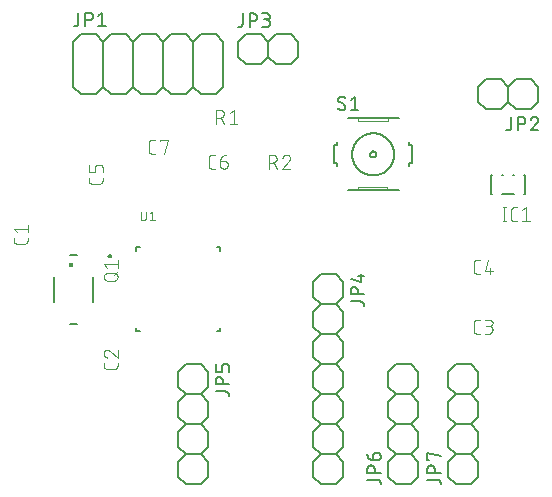
<source format=gbr>
G04 EAGLE Gerber RS-274X export*
G75*
%MOMM*%
%FSLAX34Y34*%
%LPD*%
%INSilkscreen Top*%
%IPPOS*%
%AMOC8*
5,1,8,0,0,1.08239X$1,22.5*%
G01*
%ADD10C,0.101600*%
%ADD11C,0.152400*%
%ADD12C,0.127000*%
%ADD13C,0.203200*%
%ADD14C,0.364000*%
%ADD15C,0.050800*%
%ADD16C,0.200000*%
%ADD17C,0.076200*%


D10*
X329692Y374001D02*
X329692Y371404D01*
X329690Y371305D01*
X329684Y371205D01*
X329675Y371106D01*
X329662Y371008D01*
X329645Y370910D01*
X329624Y370812D01*
X329599Y370716D01*
X329571Y370621D01*
X329539Y370527D01*
X329504Y370434D01*
X329465Y370342D01*
X329422Y370252D01*
X329377Y370164D01*
X329327Y370077D01*
X329275Y369993D01*
X329219Y369910D01*
X329161Y369830D01*
X329099Y369752D01*
X329034Y369677D01*
X328966Y369604D01*
X328896Y369534D01*
X328823Y369466D01*
X328748Y369401D01*
X328670Y369339D01*
X328590Y369281D01*
X328507Y369225D01*
X328423Y369173D01*
X328336Y369123D01*
X328248Y369078D01*
X328158Y369035D01*
X328066Y368996D01*
X327973Y368961D01*
X327879Y368929D01*
X327784Y368901D01*
X327688Y368876D01*
X327590Y368855D01*
X327492Y368838D01*
X327394Y368825D01*
X327295Y368816D01*
X327195Y368810D01*
X327096Y368808D01*
X320604Y368808D01*
X320505Y368810D01*
X320405Y368816D01*
X320306Y368825D01*
X320208Y368838D01*
X320110Y368856D01*
X320012Y368876D01*
X319916Y368901D01*
X319820Y368929D01*
X319726Y368961D01*
X319633Y368996D01*
X319542Y369035D01*
X319452Y369078D01*
X319363Y369123D01*
X319277Y369173D01*
X319192Y369225D01*
X319110Y369281D01*
X319030Y369340D01*
X318952Y369401D01*
X318876Y369466D01*
X318803Y369534D01*
X318733Y369604D01*
X318665Y369677D01*
X318600Y369753D01*
X318539Y369831D01*
X318480Y369911D01*
X318424Y369993D01*
X318372Y370078D01*
X318323Y370164D01*
X318277Y370253D01*
X318234Y370343D01*
X318195Y370434D01*
X318160Y370527D01*
X318128Y370621D01*
X318100Y370717D01*
X318075Y370813D01*
X318055Y370911D01*
X318037Y371009D01*
X318024Y371107D01*
X318015Y371206D01*
X318009Y371305D01*
X318007Y371405D01*
X318008Y371404D02*
X318008Y374001D01*
X320604Y378366D02*
X318008Y381612D01*
X329692Y381612D01*
X329692Y384857D02*
X329692Y378366D01*
X405892Y268036D02*
X405892Y265439D01*
X405890Y265340D01*
X405884Y265240D01*
X405875Y265141D01*
X405862Y265043D01*
X405845Y264945D01*
X405824Y264847D01*
X405799Y264751D01*
X405771Y264656D01*
X405739Y264562D01*
X405704Y264469D01*
X405665Y264377D01*
X405622Y264287D01*
X405577Y264199D01*
X405527Y264112D01*
X405475Y264028D01*
X405419Y263945D01*
X405361Y263865D01*
X405299Y263787D01*
X405234Y263712D01*
X405166Y263639D01*
X405096Y263569D01*
X405023Y263501D01*
X404948Y263436D01*
X404870Y263374D01*
X404790Y263316D01*
X404707Y263260D01*
X404623Y263208D01*
X404536Y263158D01*
X404448Y263113D01*
X404358Y263070D01*
X404266Y263031D01*
X404173Y262996D01*
X404079Y262964D01*
X403984Y262936D01*
X403888Y262911D01*
X403790Y262890D01*
X403692Y262873D01*
X403594Y262860D01*
X403495Y262851D01*
X403395Y262845D01*
X403296Y262843D01*
X396804Y262843D01*
X396804Y262842D02*
X396705Y262844D01*
X396605Y262850D01*
X396506Y262859D01*
X396408Y262872D01*
X396310Y262890D01*
X396212Y262910D01*
X396116Y262935D01*
X396020Y262963D01*
X395926Y262995D01*
X395833Y263030D01*
X395742Y263069D01*
X395652Y263112D01*
X395563Y263157D01*
X395477Y263207D01*
X395392Y263259D01*
X395310Y263315D01*
X395230Y263374D01*
X395152Y263435D01*
X395076Y263500D01*
X395003Y263568D01*
X394933Y263638D01*
X394865Y263711D01*
X394800Y263787D01*
X394739Y263865D01*
X394680Y263945D01*
X394624Y264027D01*
X394572Y264112D01*
X394523Y264198D01*
X394477Y264287D01*
X394434Y264377D01*
X394395Y264468D01*
X394360Y264561D01*
X394328Y264655D01*
X394300Y264751D01*
X394275Y264847D01*
X394255Y264945D01*
X394237Y265043D01*
X394224Y265141D01*
X394215Y265240D01*
X394209Y265339D01*
X394207Y265439D01*
X394208Y265439D02*
X394208Y268036D01*
X394208Y275971D02*
X394210Y276078D01*
X394216Y276184D01*
X394226Y276290D01*
X394239Y276396D01*
X394257Y276502D01*
X394278Y276606D01*
X394303Y276710D01*
X394332Y276813D01*
X394364Y276914D01*
X394401Y277014D01*
X394441Y277113D01*
X394484Y277211D01*
X394531Y277307D01*
X394582Y277401D01*
X394636Y277493D01*
X394693Y277583D01*
X394753Y277671D01*
X394817Y277756D01*
X394884Y277839D01*
X394954Y277920D01*
X395026Y277998D01*
X395102Y278074D01*
X395180Y278146D01*
X395261Y278216D01*
X395344Y278283D01*
X395429Y278347D01*
X395517Y278407D01*
X395607Y278464D01*
X395699Y278518D01*
X395793Y278569D01*
X395889Y278616D01*
X395987Y278659D01*
X396086Y278699D01*
X396186Y278736D01*
X396287Y278768D01*
X396390Y278797D01*
X396494Y278822D01*
X396598Y278843D01*
X396704Y278861D01*
X396810Y278874D01*
X396916Y278884D01*
X397022Y278890D01*
X397129Y278892D01*
X394208Y275971D02*
X394210Y275850D01*
X394216Y275729D01*
X394226Y275609D01*
X394239Y275488D01*
X394257Y275369D01*
X394278Y275249D01*
X394303Y275131D01*
X394332Y275014D01*
X394365Y274897D01*
X394401Y274782D01*
X394442Y274668D01*
X394485Y274555D01*
X394533Y274443D01*
X394584Y274334D01*
X394639Y274226D01*
X394697Y274119D01*
X394758Y274015D01*
X394823Y273913D01*
X394891Y273813D01*
X394962Y273715D01*
X395036Y273619D01*
X395113Y273526D01*
X395194Y273436D01*
X395277Y273348D01*
X395363Y273263D01*
X395452Y273180D01*
X395543Y273101D01*
X395637Y273024D01*
X395733Y272951D01*
X395831Y272881D01*
X395932Y272814D01*
X396035Y272750D01*
X396140Y272690D01*
X396247Y272632D01*
X396355Y272579D01*
X396465Y272529D01*
X396577Y272483D01*
X396690Y272440D01*
X396805Y272401D01*
X399401Y277918D02*
X399323Y277997D01*
X399243Y278073D01*
X399160Y278146D01*
X399074Y278216D01*
X398987Y278283D01*
X398896Y278347D01*
X398804Y278407D01*
X398710Y278465D01*
X398613Y278519D01*
X398515Y278569D01*
X398415Y278616D01*
X398314Y278660D01*
X398211Y278700D01*
X398106Y278736D01*
X398001Y278768D01*
X397894Y278797D01*
X397787Y278822D01*
X397678Y278844D01*
X397569Y278861D01*
X397460Y278875D01*
X397350Y278884D01*
X397239Y278890D01*
X397129Y278892D01*
X399401Y277918D02*
X405892Y272401D01*
X405892Y278892D01*
X709939Y292608D02*
X712536Y292608D01*
X709939Y292608D02*
X709840Y292610D01*
X709740Y292616D01*
X709641Y292625D01*
X709543Y292638D01*
X709445Y292655D01*
X709347Y292676D01*
X709251Y292701D01*
X709156Y292729D01*
X709062Y292761D01*
X708969Y292796D01*
X708877Y292835D01*
X708787Y292878D01*
X708699Y292923D01*
X708612Y292973D01*
X708528Y293025D01*
X708445Y293081D01*
X708365Y293139D01*
X708287Y293201D01*
X708212Y293266D01*
X708139Y293334D01*
X708069Y293404D01*
X708001Y293477D01*
X707936Y293552D01*
X707874Y293630D01*
X707816Y293710D01*
X707760Y293793D01*
X707708Y293877D01*
X707658Y293964D01*
X707613Y294052D01*
X707570Y294142D01*
X707531Y294234D01*
X707496Y294327D01*
X707464Y294421D01*
X707436Y294516D01*
X707411Y294612D01*
X707390Y294710D01*
X707373Y294808D01*
X707360Y294906D01*
X707351Y295005D01*
X707345Y295105D01*
X707343Y295204D01*
X707343Y301696D01*
X707345Y301795D01*
X707351Y301895D01*
X707360Y301994D01*
X707373Y302092D01*
X707390Y302190D01*
X707411Y302288D01*
X707436Y302384D01*
X707464Y302479D01*
X707496Y302573D01*
X707531Y302666D01*
X707570Y302758D01*
X707613Y302848D01*
X707658Y302936D01*
X707708Y303023D01*
X707760Y303107D01*
X707816Y303190D01*
X707874Y303270D01*
X707936Y303348D01*
X708001Y303423D01*
X708069Y303496D01*
X708139Y303566D01*
X708212Y303634D01*
X708287Y303699D01*
X708365Y303761D01*
X708445Y303819D01*
X708528Y303875D01*
X708612Y303927D01*
X708699Y303977D01*
X708787Y304022D01*
X708877Y304065D01*
X708969Y304104D01*
X709061Y304139D01*
X709156Y304171D01*
X709251Y304199D01*
X709347Y304224D01*
X709445Y304245D01*
X709543Y304262D01*
X709641Y304275D01*
X709740Y304284D01*
X709840Y304290D01*
X709939Y304292D01*
X712536Y304292D01*
X716901Y292608D02*
X720146Y292608D01*
X720259Y292610D01*
X720372Y292616D01*
X720485Y292626D01*
X720598Y292640D01*
X720710Y292657D01*
X720821Y292679D01*
X720931Y292704D01*
X721041Y292734D01*
X721149Y292767D01*
X721256Y292804D01*
X721362Y292844D01*
X721466Y292889D01*
X721569Y292937D01*
X721670Y292988D01*
X721769Y293043D01*
X721866Y293101D01*
X721961Y293163D01*
X722054Y293228D01*
X722144Y293296D01*
X722232Y293367D01*
X722318Y293442D01*
X722401Y293519D01*
X722481Y293599D01*
X722558Y293682D01*
X722633Y293768D01*
X722704Y293856D01*
X722772Y293946D01*
X722837Y294039D01*
X722899Y294134D01*
X722957Y294231D01*
X723012Y294330D01*
X723063Y294431D01*
X723111Y294534D01*
X723156Y294638D01*
X723196Y294744D01*
X723233Y294851D01*
X723266Y294959D01*
X723296Y295069D01*
X723321Y295179D01*
X723343Y295290D01*
X723360Y295402D01*
X723374Y295515D01*
X723384Y295628D01*
X723390Y295741D01*
X723392Y295854D01*
X723390Y295967D01*
X723384Y296080D01*
X723374Y296193D01*
X723360Y296306D01*
X723343Y296418D01*
X723321Y296529D01*
X723296Y296639D01*
X723266Y296749D01*
X723233Y296857D01*
X723196Y296964D01*
X723156Y297070D01*
X723111Y297174D01*
X723063Y297277D01*
X723012Y297378D01*
X722957Y297477D01*
X722899Y297574D01*
X722837Y297669D01*
X722772Y297762D01*
X722704Y297852D01*
X722633Y297940D01*
X722558Y298026D01*
X722481Y298109D01*
X722401Y298189D01*
X722318Y298266D01*
X722232Y298341D01*
X722144Y298412D01*
X722054Y298480D01*
X721961Y298545D01*
X721866Y298607D01*
X721769Y298665D01*
X721670Y298720D01*
X721569Y298771D01*
X721466Y298819D01*
X721362Y298864D01*
X721256Y298904D01*
X721149Y298941D01*
X721041Y298974D01*
X720931Y299004D01*
X720821Y299029D01*
X720710Y299051D01*
X720598Y299068D01*
X720485Y299082D01*
X720372Y299092D01*
X720259Y299098D01*
X720146Y299100D01*
X720796Y304292D02*
X716901Y304292D01*
X720796Y304292D02*
X720897Y304290D01*
X720997Y304284D01*
X721097Y304274D01*
X721197Y304261D01*
X721296Y304243D01*
X721395Y304222D01*
X721492Y304197D01*
X721589Y304168D01*
X721684Y304135D01*
X721778Y304099D01*
X721870Y304059D01*
X721961Y304016D01*
X722050Y303969D01*
X722137Y303919D01*
X722223Y303865D01*
X722306Y303808D01*
X722386Y303748D01*
X722465Y303685D01*
X722541Y303618D01*
X722614Y303549D01*
X722684Y303477D01*
X722752Y303403D01*
X722817Y303326D01*
X722878Y303246D01*
X722937Y303164D01*
X722992Y303080D01*
X723044Y302994D01*
X723093Y302906D01*
X723138Y302816D01*
X723180Y302724D01*
X723218Y302631D01*
X723252Y302536D01*
X723283Y302441D01*
X723310Y302344D01*
X723333Y302246D01*
X723353Y302147D01*
X723368Y302047D01*
X723380Y301947D01*
X723388Y301847D01*
X723392Y301746D01*
X723392Y301646D01*
X723388Y301545D01*
X723380Y301445D01*
X723368Y301345D01*
X723353Y301245D01*
X723333Y301146D01*
X723310Y301048D01*
X723283Y300951D01*
X723252Y300856D01*
X723218Y300761D01*
X723180Y300668D01*
X723138Y300576D01*
X723093Y300486D01*
X723044Y300398D01*
X722992Y300312D01*
X722937Y300228D01*
X722878Y300146D01*
X722817Y300066D01*
X722752Y299989D01*
X722684Y299915D01*
X722614Y299843D01*
X722541Y299774D01*
X722465Y299707D01*
X722386Y299644D01*
X722306Y299584D01*
X722223Y299527D01*
X722137Y299473D01*
X722050Y299423D01*
X721961Y299376D01*
X721870Y299333D01*
X721778Y299293D01*
X721684Y299257D01*
X721589Y299224D01*
X721492Y299195D01*
X721395Y299170D01*
X721296Y299149D01*
X721197Y299131D01*
X721097Y299118D01*
X720997Y299108D01*
X720897Y299102D01*
X720796Y299100D01*
X720796Y299099D02*
X718199Y299099D01*
X712536Y343408D02*
X709939Y343408D01*
X709840Y343410D01*
X709740Y343416D01*
X709641Y343425D01*
X709543Y343438D01*
X709445Y343455D01*
X709347Y343476D01*
X709251Y343501D01*
X709156Y343529D01*
X709062Y343561D01*
X708969Y343596D01*
X708877Y343635D01*
X708787Y343678D01*
X708699Y343723D01*
X708612Y343773D01*
X708528Y343825D01*
X708445Y343881D01*
X708365Y343939D01*
X708287Y344001D01*
X708212Y344066D01*
X708139Y344134D01*
X708069Y344204D01*
X708001Y344277D01*
X707936Y344352D01*
X707874Y344430D01*
X707816Y344510D01*
X707760Y344593D01*
X707708Y344677D01*
X707658Y344764D01*
X707613Y344852D01*
X707570Y344942D01*
X707531Y345034D01*
X707496Y345127D01*
X707464Y345221D01*
X707436Y345316D01*
X707411Y345412D01*
X707390Y345510D01*
X707373Y345608D01*
X707360Y345706D01*
X707351Y345805D01*
X707345Y345905D01*
X707343Y346004D01*
X707343Y352496D01*
X707345Y352595D01*
X707351Y352695D01*
X707360Y352794D01*
X707373Y352892D01*
X707390Y352990D01*
X707411Y353088D01*
X707436Y353184D01*
X707464Y353279D01*
X707496Y353373D01*
X707531Y353466D01*
X707570Y353558D01*
X707613Y353648D01*
X707658Y353736D01*
X707708Y353823D01*
X707760Y353907D01*
X707816Y353990D01*
X707874Y354070D01*
X707936Y354148D01*
X708001Y354223D01*
X708069Y354296D01*
X708139Y354366D01*
X708212Y354434D01*
X708287Y354499D01*
X708365Y354561D01*
X708445Y354619D01*
X708528Y354675D01*
X708612Y354727D01*
X708699Y354777D01*
X708787Y354822D01*
X708877Y354865D01*
X708969Y354904D01*
X709061Y354939D01*
X709156Y354971D01*
X709251Y354999D01*
X709347Y355024D01*
X709445Y355045D01*
X709543Y355062D01*
X709641Y355075D01*
X709740Y355084D01*
X709840Y355090D01*
X709939Y355092D01*
X712536Y355092D01*
X719497Y355092D02*
X716901Y346004D01*
X723392Y346004D01*
X721445Y348601D02*
X721445Y343408D01*
X393192Y422204D02*
X393192Y424801D01*
X393192Y422204D02*
X393190Y422105D01*
X393184Y422005D01*
X393175Y421906D01*
X393162Y421808D01*
X393145Y421710D01*
X393124Y421612D01*
X393099Y421516D01*
X393071Y421421D01*
X393039Y421327D01*
X393004Y421234D01*
X392965Y421142D01*
X392922Y421052D01*
X392877Y420964D01*
X392827Y420877D01*
X392775Y420793D01*
X392719Y420710D01*
X392661Y420630D01*
X392599Y420552D01*
X392534Y420477D01*
X392466Y420404D01*
X392396Y420334D01*
X392323Y420266D01*
X392248Y420201D01*
X392170Y420139D01*
X392090Y420081D01*
X392007Y420025D01*
X391923Y419973D01*
X391836Y419923D01*
X391748Y419878D01*
X391658Y419835D01*
X391566Y419796D01*
X391473Y419761D01*
X391379Y419729D01*
X391284Y419701D01*
X391188Y419676D01*
X391090Y419655D01*
X390992Y419638D01*
X390894Y419625D01*
X390795Y419616D01*
X390695Y419610D01*
X390596Y419608D01*
X384104Y419608D01*
X384005Y419610D01*
X383905Y419616D01*
X383806Y419625D01*
X383708Y419638D01*
X383610Y419656D01*
X383512Y419676D01*
X383416Y419701D01*
X383320Y419729D01*
X383226Y419761D01*
X383133Y419796D01*
X383042Y419835D01*
X382952Y419878D01*
X382863Y419923D01*
X382777Y419973D01*
X382692Y420025D01*
X382610Y420081D01*
X382530Y420140D01*
X382452Y420201D01*
X382376Y420266D01*
X382303Y420334D01*
X382233Y420404D01*
X382165Y420477D01*
X382100Y420553D01*
X382039Y420631D01*
X381980Y420711D01*
X381924Y420793D01*
X381872Y420878D01*
X381823Y420964D01*
X381777Y421053D01*
X381734Y421143D01*
X381695Y421234D01*
X381660Y421327D01*
X381628Y421421D01*
X381600Y421517D01*
X381575Y421613D01*
X381555Y421711D01*
X381537Y421809D01*
X381524Y421907D01*
X381515Y422006D01*
X381509Y422105D01*
X381507Y422205D01*
X381508Y422204D02*
X381508Y424801D01*
X393192Y429166D02*
X393192Y433061D01*
X393190Y433160D01*
X393184Y433260D01*
X393175Y433359D01*
X393162Y433457D01*
X393145Y433555D01*
X393124Y433653D01*
X393099Y433749D01*
X393071Y433844D01*
X393039Y433938D01*
X393004Y434031D01*
X392965Y434123D01*
X392922Y434213D01*
X392877Y434301D01*
X392827Y434388D01*
X392775Y434472D01*
X392719Y434555D01*
X392661Y434635D01*
X392599Y434713D01*
X392534Y434788D01*
X392466Y434861D01*
X392396Y434931D01*
X392323Y434999D01*
X392248Y435064D01*
X392170Y435126D01*
X392090Y435184D01*
X392007Y435240D01*
X391923Y435292D01*
X391836Y435342D01*
X391748Y435387D01*
X391658Y435430D01*
X391566Y435469D01*
X391473Y435504D01*
X391379Y435536D01*
X391284Y435564D01*
X391188Y435589D01*
X391090Y435610D01*
X390992Y435627D01*
X390894Y435640D01*
X390795Y435649D01*
X390695Y435655D01*
X390596Y435657D01*
X389297Y435657D01*
X389198Y435655D01*
X389098Y435649D01*
X388999Y435640D01*
X388901Y435627D01*
X388803Y435610D01*
X388705Y435589D01*
X388609Y435564D01*
X388514Y435536D01*
X388420Y435504D01*
X388327Y435469D01*
X388235Y435430D01*
X388145Y435387D01*
X388057Y435342D01*
X387970Y435292D01*
X387886Y435240D01*
X387803Y435184D01*
X387723Y435126D01*
X387645Y435064D01*
X387570Y434999D01*
X387497Y434931D01*
X387427Y434861D01*
X387359Y434788D01*
X387294Y434713D01*
X387232Y434635D01*
X387174Y434555D01*
X387118Y434472D01*
X387066Y434388D01*
X387016Y434301D01*
X386971Y434213D01*
X386928Y434123D01*
X386889Y434031D01*
X386854Y433938D01*
X386822Y433844D01*
X386794Y433749D01*
X386769Y433653D01*
X386748Y433555D01*
X386731Y433457D01*
X386718Y433359D01*
X386709Y433260D01*
X386703Y433160D01*
X386701Y433061D01*
X386701Y429166D01*
X381508Y429166D01*
X381508Y435657D01*
X485704Y432308D02*
X488301Y432308D01*
X485704Y432308D02*
X485605Y432310D01*
X485505Y432316D01*
X485406Y432325D01*
X485308Y432338D01*
X485210Y432355D01*
X485112Y432376D01*
X485016Y432401D01*
X484921Y432429D01*
X484827Y432461D01*
X484734Y432496D01*
X484642Y432535D01*
X484552Y432578D01*
X484464Y432623D01*
X484377Y432673D01*
X484293Y432725D01*
X484210Y432781D01*
X484130Y432839D01*
X484052Y432901D01*
X483977Y432966D01*
X483904Y433034D01*
X483834Y433104D01*
X483766Y433177D01*
X483701Y433252D01*
X483639Y433330D01*
X483581Y433410D01*
X483525Y433493D01*
X483473Y433577D01*
X483423Y433664D01*
X483378Y433752D01*
X483335Y433842D01*
X483296Y433934D01*
X483261Y434027D01*
X483229Y434121D01*
X483201Y434216D01*
X483176Y434312D01*
X483155Y434410D01*
X483138Y434508D01*
X483125Y434606D01*
X483116Y434705D01*
X483110Y434805D01*
X483108Y434904D01*
X483108Y441396D01*
X483110Y441495D01*
X483116Y441595D01*
X483125Y441694D01*
X483138Y441792D01*
X483155Y441890D01*
X483176Y441988D01*
X483201Y442084D01*
X483229Y442179D01*
X483261Y442273D01*
X483296Y442366D01*
X483335Y442458D01*
X483378Y442548D01*
X483423Y442636D01*
X483473Y442723D01*
X483525Y442807D01*
X483581Y442890D01*
X483639Y442970D01*
X483701Y443048D01*
X483766Y443123D01*
X483834Y443196D01*
X483904Y443266D01*
X483977Y443334D01*
X484052Y443399D01*
X484130Y443461D01*
X484210Y443519D01*
X484293Y443575D01*
X484377Y443627D01*
X484464Y443677D01*
X484552Y443722D01*
X484642Y443765D01*
X484734Y443804D01*
X484826Y443839D01*
X484921Y443871D01*
X485016Y443899D01*
X485112Y443924D01*
X485210Y443945D01*
X485308Y443962D01*
X485406Y443975D01*
X485505Y443984D01*
X485605Y443990D01*
X485704Y443992D01*
X488301Y443992D01*
X492666Y438799D02*
X496561Y438799D01*
X496660Y438797D01*
X496760Y438791D01*
X496859Y438782D01*
X496957Y438769D01*
X497055Y438752D01*
X497153Y438731D01*
X497249Y438706D01*
X497344Y438678D01*
X497438Y438646D01*
X497531Y438611D01*
X497623Y438572D01*
X497713Y438529D01*
X497801Y438484D01*
X497888Y438434D01*
X497972Y438382D01*
X498055Y438326D01*
X498135Y438268D01*
X498213Y438206D01*
X498288Y438141D01*
X498361Y438073D01*
X498431Y438003D01*
X498499Y437930D01*
X498564Y437855D01*
X498626Y437777D01*
X498684Y437697D01*
X498740Y437614D01*
X498792Y437530D01*
X498842Y437443D01*
X498887Y437355D01*
X498930Y437265D01*
X498969Y437173D01*
X499004Y437080D01*
X499036Y436986D01*
X499064Y436891D01*
X499089Y436795D01*
X499110Y436697D01*
X499127Y436599D01*
X499140Y436501D01*
X499149Y436402D01*
X499155Y436302D01*
X499157Y436203D01*
X499157Y435554D01*
X499158Y435554D02*
X499156Y435441D01*
X499150Y435328D01*
X499140Y435215D01*
X499126Y435102D01*
X499109Y434990D01*
X499087Y434879D01*
X499062Y434769D01*
X499032Y434659D01*
X498999Y434551D01*
X498962Y434444D01*
X498922Y434338D01*
X498877Y434234D01*
X498829Y434131D01*
X498778Y434030D01*
X498723Y433931D01*
X498665Y433834D01*
X498603Y433739D01*
X498538Y433646D01*
X498470Y433556D01*
X498399Y433468D01*
X498324Y433382D01*
X498247Y433299D01*
X498167Y433219D01*
X498084Y433142D01*
X497998Y433067D01*
X497910Y432996D01*
X497820Y432928D01*
X497727Y432863D01*
X497632Y432801D01*
X497535Y432743D01*
X497436Y432688D01*
X497335Y432637D01*
X497232Y432589D01*
X497128Y432544D01*
X497022Y432504D01*
X496915Y432467D01*
X496807Y432434D01*
X496697Y432404D01*
X496587Y432379D01*
X496476Y432357D01*
X496364Y432340D01*
X496251Y432326D01*
X496138Y432316D01*
X496025Y432310D01*
X495912Y432308D01*
X495799Y432310D01*
X495686Y432316D01*
X495573Y432326D01*
X495460Y432340D01*
X495348Y432357D01*
X495237Y432379D01*
X495127Y432404D01*
X495017Y432434D01*
X494909Y432467D01*
X494802Y432504D01*
X494696Y432544D01*
X494592Y432589D01*
X494489Y432637D01*
X494388Y432688D01*
X494289Y432743D01*
X494192Y432801D01*
X494097Y432863D01*
X494004Y432928D01*
X493914Y432996D01*
X493826Y433067D01*
X493740Y433142D01*
X493657Y433219D01*
X493577Y433299D01*
X493500Y433382D01*
X493425Y433468D01*
X493354Y433556D01*
X493286Y433646D01*
X493221Y433739D01*
X493159Y433834D01*
X493101Y433931D01*
X493046Y434030D01*
X492995Y434131D01*
X492947Y434234D01*
X492902Y434338D01*
X492862Y434444D01*
X492825Y434551D01*
X492792Y434659D01*
X492762Y434769D01*
X492737Y434879D01*
X492715Y434990D01*
X492698Y435102D01*
X492684Y435215D01*
X492674Y435328D01*
X492668Y435441D01*
X492666Y435554D01*
X492666Y438799D01*
X492668Y438942D01*
X492674Y439085D01*
X492684Y439228D01*
X492698Y439370D01*
X492715Y439512D01*
X492737Y439654D01*
X492762Y439795D01*
X492792Y439935D01*
X492825Y440074D01*
X492862Y440212D01*
X492903Y440349D01*
X492947Y440485D01*
X492996Y440620D01*
X493048Y440753D01*
X493103Y440885D01*
X493163Y441015D01*
X493226Y441144D01*
X493292Y441271D01*
X493362Y441395D01*
X493435Y441518D01*
X493512Y441639D01*
X493592Y441758D01*
X493675Y441874D01*
X493761Y441989D01*
X493850Y442100D01*
X493943Y442210D01*
X494038Y442316D01*
X494137Y442420D01*
X494238Y442521D01*
X494342Y442620D01*
X494448Y442715D01*
X494558Y442808D01*
X494669Y442897D01*
X494784Y442983D01*
X494900Y443066D01*
X495019Y443146D01*
X495140Y443223D01*
X495262Y443296D01*
X495387Y443366D01*
X495514Y443432D01*
X495643Y443495D01*
X495773Y443555D01*
X495905Y443610D01*
X496038Y443662D01*
X496173Y443711D01*
X496309Y443755D01*
X496446Y443796D01*
X496584Y443833D01*
X496723Y443866D01*
X496863Y443896D01*
X497004Y443921D01*
X497146Y443943D01*
X497288Y443960D01*
X497430Y443974D01*
X497573Y443984D01*
X497716Y443990D01*
X497859Y443992D01*
X437501Y445008D02*
X434904Y445008D01*
X434805Y445010D01*
X434705Y445016D01*
X434606Y445025D01*
X434508Y445038D01*
X434410Y445055D01*
X434312Y445076D01*
X434216Y445101D01*
X434121Y445129D01*
X434027Y445161D01*
X433934Y445196D01*
X433842Y445235D01*
X433752Y445278D01*
X433664Y445323D01*
X433577Y445373D01*
X433493Y445425D01*
X433410Y445481D01*
X433330Y445539D01*
X433252Y445601D01*
X433177Y445666D01*
X433104Y445734D01*
X433034Y445804D01*
X432966Y445877D01*
X432901Y445952D01*
X432839Y446030D01*
X432781Y446110D01*
X432725Y446193D01*
X432673Y446277D01*
X432623Y446364D01*
X432578Y446452D01*
X432535Y446542D01*
X432496Y446634D01*
X432461Y446727D01*
X432429Y446821D01*
X432401Y446916D01*
X432376Y447012D01*
X432355Y447110D01*
X432338Y447208D01*
X432325Y447306D01*
X432316Y447405D01*
X432310Y447505D01*
X432308Y447604D01*
X432308Y454096D01*
X432310Y454195D01*
X432316Y454295D01*
X432325Y454394D01*
X432338Y454492D01*
X432355Y454590D01*
X432376Y454688D01*
X432401Y454784D01*
X432429Y454879D01*
X432461Y454973D01*
X432496Y455066D01*
X432535Y455158D01*
X432578Y455248D01*
X432623Y455336D01*
X432673Y455423D01*
X432725Y455507D01*
X432781Y455590D01*
X432839Y455670D01*
X432901Y455748D01*
X432966Y455823D01*
X433034Y455896D01*
X433104Y455966D01*
X433177Y456034D01*
X433252Y456099D01*
X433330Y456161D01*
X433410Y456219D01*
X433493Y456275D01*
X433577Y456327D01*
X433664Y456377D01*
X433752Y456422D01*
X433842Y456465D01*
X433934Y456504D01*
X434026Y456539D01*
X434121Y456571D01*
X434216Y456599D01*
X434312Y456624D01*
X434410Y456645D01*
X434508Y456662D01*
X434606Y456675D01*
X434705Y456684D01*
X434805Y456690D01*
X434904Y456692D01*
X437501Y456692D01*
X441866Y456692D02*
X441866Y455394D01*
X441866Y456692D02*
X448357Y456692D01*
X445112Y445008D01*
D11*
X722376Y427204D02*
X722376Y410996D01*
X750824Y410996D02*
X750824Y427204D01*
X741824Y410996D02*
X731376Y410996D01*
X740876Y427204D02*
X741824Y427204D01*
X732324Y427204D02*
X731376Y427204D01*
X749876Y427204D02*
X750824Y427204D01*
X723324Y427204D02*
X722376Y427204D01*
X722376Y410996D02*
X723324Y410996D01*
X749876Y410996D02*
X750824Y410996D01*
D10*
X733227Y399542D02*
X733227Y387858D01*
X731929Y387858D02*
X734526Y387858D01*
X734526Y399542D02*
X731929Y399542D01*
X741689Y387858D02*
X744286Y387858D01*
X741689Y387858D02*
X741590Y387860D01*
X741490Y387866D01*
X741391Y387875D01*
X741293Y387888D01*
X741195Y387905D01*
X741097Y387926D01*
X741001Y387951D01*
X740906Y387979D01*
X740812Y388011D01*
X740719Y388046D01*
X740627Y388085D01*
X740537Y388128D01*
X740449Y388173D01*
X740362Y388223D01*
X740278Y388275D01*
X740195Y388331D01*
X740115Y388389D01*
X740037Y388451D01*
X739962Y388516D01*
X739889Y388584D01*
X739819Y388654D01*
X739751Y388727D01*
X739686Y388802D01*
X739624Y388880D01*
X739566Y388960D01*
X739510Y389043D01*
X739458Y389127D01*
X739408Y389214D01*
X739363Y389302D01*
X739320Y389392D01*
X739281Y389484D01*
X739246Y389577D01*
X739214Y389671D01*
X739186Y389766D01*
X739161Y389862D01*
X739140Y389960D01*
X739123Y390058D01*
X739110Y390156D01*
X739101Y390255D01*
X739095Y390355D01*
X739093Y390454D01*
X739093Y396946D01*
X739095Y397045D01*
X739101Y397145D01*
X739110Y397244D01*
X739123Y397342D01*
X739140Y397440D01*
X739161Y397538D01*
X739186Y397634D01*
X739214Y397729D01*
X739246Y397823D01*
X739281Y397916D01*
X739320Y398008D01*
X739363Y398098D01*
X739408Y398186D01*
X739458Y398273D01*
X739510Y398357D01*
X739566Y398440D01*
X739624Y398520D01*
X739686Y398598D01*
X739751Y398673D01*
X739819Y398746D01*
X739889Y398816D01*
X739962Y398884D01*
X740037Y398949D01*
X740115Y399011D01*
X740195Y399069D01*
X740278Y399125D01*
X740362Y399177D01*
X740449Y399227D01*
X740537Y399272D01*
X740627Y399315D01*
X740719Y399354D01*
X740811Y399389D01*
X740906Y399421D01*
X741001Y399449D01*
X741097Y399474D01*
X741195Y399495D01*
X741293Y399512D01*
X741391Y399525D01*
X741490Y399534D01*
X741590Y399540D01*
X741689Y399542D01*
X744286Y399542D01*
X748651Y396946D02*
X751896Y399542D01*
X751896Y387858D01*
X748651Y387858D02*
X755142Y387858D01*
D11*
X374650Y495300D02*
X368300Y501650D01*
X387350Y495300D02*
X393700Y501650D01*
X400050Y495300D01*
X412750Y495300D02*
X419100Y501650D01*
X425450Y495300D01*
X438150Y495300D02*
X444500Y501650D01*
X450850Y495300D01*
X463550Y495300D02*
X469900Y501650D01*
X368300Y501650D02*
X368300Y539750D01*
X374650Y546100D01*
X387350Y546100D01*
X393700Y539750D01*
X400050Y546100D01*
X412750Y546100D01*
X419100Y539750D01*
X425450Y546100D01*
X438150Y546100D01*
X444500Y539750D01*
X450850Y546100D01*
X463550Y546100D01*
X469900Y539750D01*
X393700Y539750D02*
X393700Y501650D01*
X419100Y501650D02*
X419100Y539750D01*
X444500Y539750D02*
X444500Y501650D01*
X469900Y501650D02*
X469900Y539750D01*
X463550Y495300D02*
X450850Y495300D01*
X438150Y495300D02*
X425450Y495300D01*
X412750Y495300D02*
X400050Y495300D01*
X387350Y495300D02*
X374650Y495300D01*
X469900Y501650D02*
X476250Y495300D01*
X488950Y495300D02*
X495300Y501650D01*
X469900Y539750D02*
X476250Y546100D01*
X488950Y546100D01*
X495300Y539750D01*
X495300Y501650D01*
X488950Y495300D02*
X476250Y495300D01*
D12*
X372745Y555625D02*
X372745Y564515D01*
X372745Y555625D02*
X372743Y555525D01*
X372737Y555426D01*
X372727Y555326D01*
X372714Y555228D01*
X372696Y555129D01*
X372675Y555032D01*
X372650Y554936D01*
X372621Y554840D01*
X372588Y554746D01*
X372552Y554653D01*
X372512Y554562D01*
X372468Y554472D01*
X372421Y554384D01*
X372371Y554298D01*
X372317Y554214D01*
X372260Y554132D01*
X372200Y554053D01*
X372136Y553975D01*
X372070Y553901D01*
X372001Y553829D01*
X371929Y553760D01*
X371855Y553694D01*
X371777Y553630D01*
X371698Y553570D01*
X371616Y553513D01*
X371532Y553459D01*
X371446Y553409D01*
X371358Y553362D01*
X371268Y553318D01*
X371177Y553278D01*
X371084Y553242D01*
X370990Y553209D01*
X370894Y553180D01*
X370798Y553155D01*
X370701Y553134D01*
X370602Y553116D01*
X370504Y553103D01*
X370404Y553093D01*
X370305Y553087D01*
X370205Y553085D01*
X368935Y553085D01*
X378725Y553085D02*
X378725Y564515D01*
X381900Y564515D01*
X382011Y564513D01*
X382121Y564507D01*
X382232Y564498D01*
X382342Y564484D01*
X382451Y564467D01*
X382560Y564446D01*
X382668Y564421D01*
X382775Y564392D01*
X382881Y564360D01*
X382986Y564324D01*
X383089Y564284D01*
X383191Y564241D01*
X383292Y564194D01*
X383391Y564143D01*
X383488Y564090D01*
X383582Y564033D01*
X383675Y563972D01*
X383766Y563909D01*
X383855Y563842D01*
X383941Y563772D01*
X384024Y563699D01*
X384106Y563624D01*
X384184Y563546D01*
X384259Y563464D01*
X384332Y563381D01*
X384402Y563295D01*
X384469Y563206D01*
X384532Y563115D01*
X384593Y563022D01*
X384650Y562927D01*
X384703Y562831D01*
X384754Y562732D01*
X384801Y562631D01*
X384844Y562529D01*
X384884Y562426D01*
X384920Y562321D01*
X384952Y562215D01*
X384981Y562108D01*
X385006Y562000D01*
X385027Y561891D01*
X385044Y561782D01*
X385058Y561672D01*
X385067Y561561D01*
X385073Y561451D01*
X385075Y561340D01*
X385073Y561229D01*
X385067Y561119D01*
X385058Y561008D01*
X385044Y560898D01*
X385027Y560789D01*
X385006Y560680D01*
X384981Y560572D01*
X384952Y560465D01*
X384920Y560359D01*
X384884Y560254D01*
X384844Y560151D01*
X384801Y560049D01*
X384754Y559948D01*
X384703Y559849D01*
X384650Y559753D01*
X384593Y559658D01*
X384532Y559565D01*
X384469Y559474D01*
X384402Y559385D01*
X384332Y559299D01*
X384259Y559216D01*
X384184Y559134D01*
X384106Y559056D01*
X384024Y558981D01*
X383941Y558908D01*
X383855Y558838D01*
X383766Y558771D01*
X383675Y558708D01*
X383582Y558647D01*
X383488Y558590D01*
X383391Y558537D01*
X383292Y558486D01*
X383191Y558439D01*
X383089Y558396D01*
X382986Y558356D01*
X382881Y558320D01*
X382775Y558288D01*
X382668Y558259D01*
X382560Y558234D01*
X382451Y558213D01*
X382342Y558196D01*
X382232Y558182D01*
X382121Y558173D01*
X382011Y558167D01*
X381900Y558165D01*
X378725Y558165D01*
X389584Y561975D02*
X392759Y564515D01*
X392759Y553085D01*
X389584Y553085D02*
X395934Y553085D01*
D11*
X742950Y482600D02*
X755650Y482600D01*
X742950Y482600D02*
X736600Y488950D01*
X736600Y501650D01*
X742950Y508000D01*
X762000Y501650D02*
X762000Y488950D01*
X755650Y482600D01*
X762000Y501650D02*
X755650Y508000D01*
X742950Y508000D01*
X736600Y488950D02*
X730250Y482600D01*
X717550Y482600D01*
X711200Y488950D01*
X711200Y501650D01*
X717550Y508000D01*
X730250Y508000D01*
X736600Y501650D01*
D12*
X738938Y476377D02*
X738938Y467487D01*
X738936Y467387D01*
X738930Y467288D01*
X738920Y467188D01*
X738907Y467090D01*
X738889Y466991D01*
X738868Y466894D01*
X738843Y466798D01*
X738814Y466702D01*
X738781Y466608D01*
X738745Y466515D01*
X738705Y466424D01*
X738661Y466334D01*
X738614Y466246D01*
X738564Y466160D01*
X738510Y466076D01*
X738453Y465994D01*
X738393Y465915D01*
X738329Y465837D01*
X738263Y465763D01*
X738194Y465691D01*
X738122Y465622D01*
X738048Y465556D01*
X737970Y465492D01*
X737891Y465432D01*
X737809Y465375D01*
X737725Y465321D01*
X737639Y465271D01*
X737551Y465224D01*
X737461Y465180D01*
X737370Y465140D01*
X737277Y465104D01*
X737183Y465071D01*
X737087Y465042D01*
X736991Y465017D01*
X736894Y464996D01*
X736795Y464978D01*
X736697Y464965D01*
X736597Y464955D01*
X736498Y464949D01*
X736398Y464947D01*
X735128Y464947D01*
X744919Y464947D02*
X744919Y476377D01*
X748094Y476377D01*
X748205Y476375D01*
X748315Y476369D01*
X748426Y476360D01*
X748536Y476346D01*
X748645Y476329D01*
X748754Y476308D01*
X748862Y476283D01*
X748969Y476254D01*
X749075Y476222D01*
X749180Y476186D01*
X749283Y476146D01*
X749385Y476103D01*
X749486Y476056D01*
X749585Y476005D01*
X749682Y475952D01*
X749776Y475895D01*
X749869Y475834D01*
X749960Y475771D01*
X750049Y475704D01*
X750135Y475634D01*
X750218Y475561D01*
X750300Y475486D01*
X750378Y475408D01*
X750453Y475326D01*
X750526Y475243D01*
X750596Y475157D01*
X750663Y475068D01*
X750726Y474977D01*
X750787Y474884D01*
X750844Y474789D01*
X750897Y474693D01*
X750948Y474594D01*
X750995Y474493D01*
X751038Y474391D01*
X751078Y474288D01*
X751114Y474183D01*
X751146Y474077D01*
X751175Y473970D01*
X751200Y473862D01*
X751221Y473753D01*
X751238Y473644D01*
X751252Y473534D01*
X751261Y473423D01*
X751267Y473313D01*
X751269Y473202D01*
X751267Y473091D01*
X751261Y472981D01*
X751252Y472870D01*
X751238Y472760D01*
X751221Y472651D01*
X751200Y472542D01*
X751175Y472434D01*
X751146Y472327D01*
X751114Y472221D01*
X751078Y472116D01*
X751038Y472013D01*
X750995Y471911D01*
X750948Y471810D01*
X750897Y471711D01*
X750844Y471614D01*
X750787Y471520D01*
X750726Y471427D01*
X750663Y471336D01*
X750596Y471247D01*
X750526Y471161D01*
X750453Y471078D01*
X750378Y470996D01*
X750300Y470918D01*
X750218Y470843D01*
X750135Y470770D01*
X750049Y470700D01*
X749960Y470633D01*
X749869Y470570D01*
X749776Y470509D01*
X749682Y470452D01*
X749585Y470399D01*
X749486Y470348D01*
X749385Y470301D01*
X749283Y470258D01*
X749180Y470218D01*
X749075Y470182D01*
X748969Y470150D01*
X748862Y470121D01*
X748754Y470096D01*
X748645Y470075D01*
X748536Y470058D01*
X748426Y470044D01*
X748315Y470035D01*
X748205Y470029D01*
X748094Y470027D01*
X744919Y470027D01*
X759270Y476378D02*
X759374Y476376D01*
X759479Y476370D01*
X759583Y476361D01*
X759686Y476348D01*
X759789Y476330D01*
X759891Y476310D01*
X759993Y476285D01*
X760093Y476257D01*
X760193Y476225D01*
X760291Y476189D01*
X760388Y476150D01*
X760483Y476108D01*
X760577Y476062D01*
X760669Y476012D01*
X760759Y475960D01*
X760847Y475904D01*
X760933Y475844D01*
X761017Y475782D01*
X761098Y475717D01*
X761177Y475649D01*
X761254Y475577D01*
X761327Y475504D01*
X761399Y475427D01*
X761467Y475348D01*
X761532Y475267D01*
X761594Y475183D01*
X761654Y475097D01*
X761710Y475009D01*
X761762Y474919D01*
X761812Y474827D01*
X761858Y474733D01*
X761900Y474638D01*
X761939Y474541D01*
X761975Y474443D01*
X762007Y474343D01*
X762035Y474243D01*
X762060Y474141D01*
X762080Y474039D01*
X762098Y473936D01*
X762111Y473833D01*
X762120Y473729D01*
X762126Y473624D01*
X762128Y473520D01*
X759270Y476377D02*
X759152Y476375D01*
X759033Y476369D01*
X758915Y476360D01*
X758798Y476347D01*
X758681Y476329D01*
X758564Y476309D01*
X758448Y476284D01*
X758333Y476256D01*
X758220Y476223D01*
X758107Y476188D01*
X757995Y476148D01*
X757885Y476106D01*
X757776Y476059D01*
X757668Y476009D01*
X757563Y475956D01*
X757459Y475899D01*
X757357Y475839D01*
X757257Y475776D01*
X757159Y475709D01*
X757063Y475640D01*
X756970Y475567D01*
X756879Y475491D01*
X756790Y475413D01*
X756704Y475331D01*
X756621Y475247D01*
X756540Y475161D01*
X756463Y475071D01*
X756388Y474980D01*
X756316Y474886D01*
X756247Y474789D01*
X756182Y474691D01*
X756119Y474590D01*
X756060Y474487D01*
X756004Y474383D01*
X755952Y474277D01*
X755903Y474169D01*
X755858Y474060D01*
X755816Y473949D01*
X755778Y473837D01*
X761175Y471298D02*
X761251Y471373D01*
X761326Y471452D01*
X761397Y471533D01*
X761466Y471617D01*
X761531Y471703D01*
X761593Y471791D01*
X761653Y471881D01*
X761709Y471973D01*
X761762Y472068D01*
X761811Y472164D01*
X761857Y472262D01*
X761900Y472361D01*
X761939Y472462D01*
X761974Y472564D01*
X762006Y472667D01*
X762034Y472771D01*
X762059Y472876D01*
X762080Y472983D01*
X762097Y473089D01*
X762110Y473196D01*
X762119Y473304D01*
X762125Y473412D01*
X762127Y473520D01*
X761175Y471297D02*
X755777Y464947D01*
X762127Y464947D01*
D11*
X527050Y546100D02*
X514350Y546100D01*
X527050Y546100D02*
X533400Y539750D01*
X533400Y527050D01*
X527050Y520700D01*
X508000Y527050D02*
X508000Y539750D01*
X514350Y546100D01*
X508000Y527050D02*
X514350Y520700D01*
X527050Y520700D01*
X533400Y539750D02*
X539750Y546100D01*
X552450Y546100D01*
X558800Y539750D01*
X558800Y527050D01*
X552450Y520700D01*
X539750Y520700D01*
X533400Y527050D01*
D12*
X511683Y554863D02*
X511683Y563753D01*
X511683Y554863D02*
X511681Y554763D01*
X511675Y554664D01*
X511665Y554564D01*
X511652Y554466D01*
X511634Y554367D01*
X511613Y554270D01*
X511588Y554174D01*
X511559Y554078D01*
X511526Y553984D01*
X511490Y553891D01*
X511450Y553800D01*
X511406Y553710D01*
X511359Y553622D01*
X511309Y553536D01*
X511255Y553452D01*
X511198Y553370D01*
X511138Y553291D01*
X511074Y553213D01*
X511008Y553139D01*
X510939Y553067D01*
X510867Y552998D01*
X510793Y552932D01*
X510715Y552868D01*
X510636Y552808D01*
X510554Y552751D01*
X510470Y552697D01*
X510384Y552647D01*
X510296Y552600D01*
X510206Y552556D01*
X510115Y552516D01*
X510022Y552480D01*
X509928Y552447D01*
X509832Y552418D01*
X509736Y552393D01*
X509639Y552372D01*
X509540Y552354D01*
X509442Y552341D01*
X509342Y552331D01*
X509243Y552325D01*
X509143Y552323D01*
X507873Y552323D01*
X517663Y552323D02*
X517663Y563753D01*
X520838Y563753D01*
X520949Y563751D01*
X521059Y563745D01*
X521170Y563736D01*
X521280Y563722D01*
X521389Y563705D01*
X521498Y563684D01*
X521606Y563659D01*
X521713Y563630D01*
X521819Y563598D01*
X521924Y563562D01*
X522027Y563522D01*
X522129Y563479D01*
X522230Y563432D01*
X522329Y563381D01*
X522426Y563328D01*
X522520Y563271D01*
X522613Y563210D01*
X522704Y563147D01*
X522793Y563080D01*
X522879Y563010D01*
X522962Y562937D01*
X523044Y562862D01*
X523122Y562784D01*
X523197Y562702D01*
X523270Y562619D01*
X523340Y562533D01*
X523407Y562444D01*
X523470Y562353D01*
X523531Y562260D01*
X523588Y562165D01*
X523641Y562069D01*
X523692Y561970D01*
X523739Y561869D01*
X523782Y561767D01*
X523822Y561664D01*
X523858Y561559D01*
X523890Y561453D01*
X523919Y561346D01*
X523944Y561238D01*
X523965Y561129D01*
X523982Y561020D01*
X523996Y560910D01*
X524005Y560799D01*
X524011Y560689D01*
X524013Y560578D01*
X524011Y560467D01*
X524005Y560357D01*
X523996Y560246D01*
X523982Y560136D01*
X523965Y560027D01*
X523944Y559918D01*
X523919Y559810D01*
X523890Y559703D01*
X523858Y559597D01*
X523822Y559492D01*
X523782Y559389D01*
X523739Y559287D01*
X523692Y559186D01*
X523641Y559087D01*
X523588Y558991D01*
X523531Y558896D01*
X523470Y558803D01*
X523407Y558712D01*
X523340Y558623D01*
X523270Y558537D01*
X523197Y558454D01*
X523122Y558372D01*
X523044Y558294D01*
X522962Y558219D01*
X522879Y558146D01*
X522793Y558076D01*
X522704Y558009D01*
X522613Y557946D01*
X522520Y557885D01*
X522426Y557828D01*
X522329Y557775D01*
X522230Y557724D01*
X522129Y557677D01*
X522027Y557634D01*
X521924Y557594D01*
X521819Y557558D01*
X521713Y557526D01*
X521606Y557497D01*
X521498Y557472D01*
X521389Y557451D01*
X521280Y557434D01*
X521170Y557420D01*
X521059Y557411D01*
X520949Y557405D01*
X520838Y557403D01*
X517663Y557403D01*
X528522Y552323D02*
X531697Y552323D01*
X531808Y552325D01*
X531918Y552331D01*
X532029Y552340D01*
X532139Y552354D01*
X532248Y552371D01*
X532357Y552392D01*
X532465Y552417D01*
X532572Y552446D01*
X532678Y552478D01*
X532783Y552514D01*
X532886Y552554D01*
X532988Y552597D01*
X533089Y552644D01*
X533188Y552695D01*
X533285Y552748D01*
X533379Y552805D01*
X533472Y552866D01*
X533563Y552929D01*
X533652Y552996D01*
X533738Y553066D01*
X533821Y553139D01*
X533903Y553214D01*
X533981Y553292D01*
X534056Y553374D01*
X534129Y553457D01*
X534199Y553543D01*
X534266Y553632D01*
X534329Y553723D01*
X534390Y553816D01*
X534447Y553911D01*
X534500Y554007D01*
X534551Y554106D01*
X534598Y554207D01*
X534641Y554309D01*
X534681Y554412D01*
X534717Y554517D01*
X534749Y554623D01*
X534778Y554730D01*
X534803Y554838D01*
X534824Y554947D01*
X534841Y555056D01*
X534855Y555166D01*
X534864Y555277D01*
X534870Y555387D01*
X534872Y555498D01*
X534870Y555609D01*
X534864Y555719D01*
X534855Y555830D01*
X534841Y555940D01*
X534824Y556049D01*
X534803Y556158D01*
X534778Y556266D01*
X534749Y556373D01*
X534717Y556479D01*
X534681Y556584D01*
X534641Y556687D01*
X534598Y556789D01*
X534551Y556890D01*
X534500Y556989D01*
X534447Y557085D01*
X534390Y557180D01*
X534329Y557273D01*
X534266Y557364D01*
X534199Y557453D01*
X534129Y557539D01*
X534056Y557622D01*
X533981Y557704D01*
X533903Y557782D01*
X533821Y557857D01*
X533738Y557930D01*
X533652Y558000D01*
X533563Y558067D01*
X533472Y558130D01*
X533379Y558191D01*
X533285Y558248D01*
X533188Y558301D01*
X533089Y558352D01*
X532988Y558399D01*
X532886Y558442D01*
X532783Y558482D01*
X532678Y558518D01*
X532572Y558550D01*
X532465Y558579D01*
X532357Y558604D01*
X532248Y558625D01*
X532139Y558642D01*
X532029Y558656D01*
X531918Y558665D01*
X531808Y558671D01*
X531697Y558673D01*
X532332Y563753D02*
X528522Y563753D01*
X532332Y563753D02*
X532432Y563751D01*
X532531Y563745D01*
X532631Y563735D01*
X532729Y563722D01*
X532828Y563704D01*
X532925Y563683D01*
X533021Y563658D01*
X533117Y563629D01*
X533211Y563596D01*
X533304Y563560D01*
X533395Y563520D01*
X533485Y563476D01*
X533573Y563429D01*
X533659Y563379D01*
X533743Y563325D01*
X533825Y563268D01*
X533904Y563208D01*
X533982Y563144D01*
X534056Y563078D01*
X534128Y563009D01*
X534197Y562937D01*
X534263Y562863D01*
X534327Y562785D01*
X534387Y562706D01*
X534444Y562624D01*
X534498Y562540D01*
X534548Y562454D01*
X534595Y562366D01*
X534639Y562276D01*
X534679Y562185D01*
X534715Y562092D01*
X534748Y561998D01*
X534777Y561902D01*
X534802Y561806D01*
X534823Y561709D01*
X534841Y561610D01*
X534854Y561512D01*
X534864Y561412D01*
X534870Y561313D01*
X534872Y561213D01*
X534870Y561113D01*
X534864Y561014D01*
X534854Y560914D01*
X534841Y560816D01*
X534823Y560717D01*
X534802Y560620D01*
X534777Y560524D01*
X534748Y560428D01*
X534715Y560334D01*
X534679Y560241D01*
X534639Y560150D01*
X534595Y560060D01*
X534548Y559972D01*
X534498Y559886D01*
X534444Y559802D01*
X534387Y559720D01*
X534327Y559641D01*
X534263Y559563D01*
X534197Y559489D01*
X534128Y559417D01*
X534056Y559348D01*
X533982Y559282D01*
X533904Y559218D01*
X533825Y559158D01*
X533743Y559101D01*
X533659Y559047D01*
X533573Y558997D01*
X533485Y558950D01*
X533395Y558906D01*
X533304Y558866D01*
X533211Y558830D01*
X533117Y558797D01*
X533021Y558768D01*
X532925Y558743D01*
X532828Y558722D01*
X532729Y558704D01*
X532631Y558691D01*
X532531Y558681D01*
X532432Y558675D01*
X532332Y558673D01*
X529792Y558673D01*
D11*
X590550Y215900D02*
X596900Y209550D01*
X596900Y196850D01*
X590550Y190500D01*
X577850Y190500D01*
X571500Y196850D01*
X571500Y209550D01*
X577850Y215900D01*
X596900Y247650D02*
X596900Y260350D01*
X596900Y247650D02*
X590550Y241300D01*
X577850Y241300D01*
X571500Y247650D01*
X590550Y241300D02*
X596900Y234950D01*
X596900Y222250D01*
X590550Y215900D01*
X577850Y215900D01*
X571500Y222250D01*
X571500Y234950D01*
X577850Y241300D01*
X596900Y285750D02*
X590550Y292100D01*
X596900Y285750D02*
X596900Y273050D01*
X590550Y266700D01*
X577850Y266700D01*
X571500Y273050D01*
X571500Y285750D01*
X577850Y292100D01*
X590550Y266700D02*
X596900Y260350D01*
X577850Y266700D02*
X571500Y260350D01*
X571500Y247650D01*
X596900Y323850D02*
X596900Y336550D01*
X596900Y323850D02*
X590550Y317500D01*
X577850Y317500D01*
X571500Y323850D01*
X590550Y317500D02*
X596900Y311150D01*
X596900Y298450D01*
X590550Y292100D01*
X577850Y292100D01*
X571500Y298450D01*
X571500Y311150D01*
X577850Y317500D01*
X577850Y342900D02*
X590550Y342900D01*
X596900Y336550D01*
X577850Y342900D02*
X571500Y336550D01*
X571500Y323850D01*
X596900Y184150D02*
X596900Y171450D01*
X590550Y165100D01*
X577850Y165100D01*
X571500Y171450D01*
X590550Y190500D02*
X596900Y184150D01*
X577850Y190500D02*
X571500Y184150D01*
X571500Y171450D01*
D12*
X603123Y319838D02*
X612013Y319838D01*
X612113Y319836D01*
X612212Y319830D01*
X612312Y319820D01*
X612410Y319807D01*
X612509Y319789D01*
X612606Y319768D01*
X612702Y319743D01*
X612798Y319714D01*
X612892Y319681D01*
X612985Y319645D01*
X613076Y319605D01*
X613166Y319561D01*
X613254Y319514D01*
X613340Y319464D01*
X613424Y319410D01*
X613506Y319353D01*
X613585Y319293D01*
X613663Y319229D01*
X613737Y319163D01*
X613809Y319094D01*
X613878Y319022D01*
X613944Y318948D01*
X614008Y318870D01*
X614068Y318791D01*
X614125Y318709D01*
X614179Y318625D01*
X614229Y318539D01*
X614276Y318451D01*
X614320Y318361D01*
X614360Y318270D01*
X614396Y318177D01*
X614429Y318083D01*
X614458Y317987D01*
X614483Y317891D01*
X614504Y317794D01*
X614522Y317695D01*
X614535Y317597D01*
X614545Y317497D01*
X614551Y317398D01*
X614553Y317298D01*
X614553Y316028D01*
X614553Y325819D02*
X603123Y325819D01*
X603123Y328994D01*
X603125Y329105D01*
X603131Y329215D01*
X603140Y329326D01*
X603154Y329436D01*
X603171Y329545D01*
X603192Y329654D01*
X603217Y329762D01*
X603246Y329869D01*
X603278Y329975D01*
X603314Y330080D01*
X603354Y330183D01*
X603397Y330285D01*
X603444Y330386D01*
X603495Y330485D01*
X603548Y330582D01*
X603605Y330676D01*
X603666Y330769D01*
X603729Y330860D01*
X603796Y330949D01*
X603866Y331035D01*
X603939Y331118D01*
X604014Y331200D01*
X604092Y331278D01*
X604174Y331353D01*
X604257Y331426D01*
X604343Y331496D01*
X604432Y331563D01*
X604523Y331626D01*
X604616Y331687D01*
X604711Y331744D01*
X604807Y331797D01*
X604906Y331848D01*
X605007Y331895D01*
X605109Y331938D01*
X605212Y331978D01*
X605317Y332014D01*
X605423Y332046D01*
X605530Y332075D01*
X605638Y332100D01*
X605747Y332121D01*
X605856Y332138D01*
X605966Y332152D01*
X606077Y332161D01*
X606187Y332167D01*
X606298Y332169D01*
X606409Y332167D01*
X606519Y332161D01*
X606630Y332152D01*
X606740Y332138D01*
X606849Y332121D01*
X606958Y332100D01*
X607066Y332075D01*
X607173Y332046D01*
X607279Y332014D01*
X607384Y331978D01*
X607487Y331938D01*
X607589Y331895D01*
X607690Y331848D01*
X607789Y331797D01*
X607886Y331744D01*
X607980Y331687D01*
X608073Y331626D01*
X608164Y331563D01*
X608253Y331496D01*
X608339Y331426D01*
X608422Y331353D01*
X608504Y331278D01*
X608582Y331200D01*
X608657Y331118D01*
X608730Y331035D01*
X608800Y330949D01*
X608867Y330860D01*
X608930Y330769D01*
X608991Y330676D01*
X609048Y330582D01*
X609101Y330485D01*
X609152Y330386D01*
X609199Y330285D01*
X609242Y330183D01*
X609282Y330080D01*
X609318Y329975D01*
X609350Y329869D01*
X609379Y329762D01*
X609404Y329654D01*
X609425Y329545D01*
X609442Y329436D01*
X609456Y329326D01*
X609465Y329215D01*
X609471Y329105D01*
X609473Y328994D01*
X609473Y325819D01*
X612013Y336677D02*
X603123Y339217D01*
X612013Y336677D02*
X612013Y343027D01*
X609473Y341122D02*
X614553Y341122D01*
D11*
X482600Y209550D02*
X476250Y215900D01*
X482600Y209550D02*
X482600Y196850D01*
X476250Y190500D01*
X463550Y190500D01*
X457200Y196850D01*
X457200Y209550D01*
X463550Y215900D01*
X482600Y247650D02*
X482600Y260350D01*
X482600Y247650D02*
X476250Y241300D01*
X463550Y241300D01*
X457200Y247650D01*
X476250Y241300D02*
X482600Y234950D01*
X482600Y222250D01*
X476250Y215900D01*
X463550Y215900D01*
X457200Y222250D01*
X457200Y234950D01*
X463550Y241300D01*
X463550Y266700D02*
X476250Y266700D01*
X482600Y260350D01*
X463550Y266700D02*
X457200Y260350D01*
X457200Y247650D01*
X482600Y184150D02*
X482600Y171450D01*
X476250Y165100D01*
X463550Y165100D01*
X457200Y171450D01*
X476250Y190500D02*
X482600Y184150D01*
X463550Y190500D02*
X457200Y184150D01*
X457200Y171450D01*
D12*
X488823Y243638D02*
X497713Y243638D01*
X497813Y243636D01*
X497912Y243630D01*
X498012Y243620D01*
X498110Y243607D01*
X498209Y243589D01*
X498306Y243568D01*
X498402Y243543D01*
X498498Y243514D01*
X498592Y243481D01*
X498685Y243445D01*
X498776Y243405D01*
X498866Y243361D01*
X498954Y243314D01*
X499040Y243264D01*
X499124Y243210D01*
X499206Y243153D01*
X499285Y243093D01*
X499363Y243029D01*
X499437Y242963D01*
X499509Y242894D01*
X499578Y242822D01*
X499644Y242748D01*
X499708Y242670D01*
X499768Y242591D01*
X499825Y242509D01*
X499879Y242425D01*
X499929Y242339D01*
X499976Y242251D01*
X500020Y242161D01*
X500060Y242070D01*
X500096Y241977D01*
X500129Y241883D01*
X500158Y241787D01*
X500183Y241691D01*
X500204Y241594D01*
X500222Y241495D01*
X500235Y241397D01*
X500245Y241297D01*
X500251Y241198D01*
X500253Y241098D01*
X500253Y239828D01*
X500253Y249619D02*
X488823Y249619D01*
X488823Y252794D01*
X488825Y252905D01*
X488831Y253015D01*
X488840Y253126D01*
X488854Y253236D01*
X488871Y253345D01*
X488892Y253454D01*
X488917Y253562D01*
X488946Y253669D01*
X488978Y253775D01*
X489014Y253880D01*
X489054Y253983D01*
X489097Y254085D01*
X489144Y254186D01*
X489195Y254285D01*
X489248Y254382D01*
X489305Y254476D01*
X489366Y254569D01*
X489429Y254660D01*
X489496Y254749D01*
X489566Y254835D01*
X489639Y254918D01*
X489714Y255000D01*
X489792Y255078D01*
X489874Y255153D01*
X489957Y255226D01*
X490043Y255296D01*
X490132Y255363D01*
X490223Y255426D01*
X490316Y255487D01*
X490411Y255544D01*
X490507Y255597D01*
X490606Y255648D01*
X490707Y255695D01*
X490809Y255738D01*
X490912Y255778D01*
X491017Y255814D01*
X491123Y255846D01*
X491230Y255875D01*
X491338Y255900D01*
X491447Y255921D01*
X491556Y255938D01*
X491666Y255952D01*
X491777Y255961D01*
X491887Y255967D01*
X491998Y255969D01*
X492109Y255967D01*
X492219Y255961D01*
X492330Y255952D01*
X492440Y255938D01*
X492549Y255921D01*
X492658Y255900D01*
X492766Y255875D01*
X492873Y255846D01*
X492979Y255814D01*
X493084Y255778D01*
X493187Y255738D01*
X493289Y255695D01*
X493390Y255648D01*
X493489Y255597D01*
X493586Y255544D01*
X493680Y255487D01*
X493773Y255426D01*
X493864Y255363D01*
X493953Y255296D01*
X494039Y255226D01*
X494122Y255153D01*
X494204Y255078D01*
X494282Y255000D01*
X494357Y254918D01*
X494430Y254835D01*
X494500Y254749D01*
X494567Y254660D01*
X494630Y254569D01*
X494691Y254476D01*
X494748Y254382D01*
X494801Y254285D01*
X494852Y254186D01*
X494899Y254085D01*
X494942Y253983D01*
X494982Y253880D01*
X495018Y253775D01*
X495050Y253669D01*
X495079Y253562D01*
X495104Y253454D01*
X495125Y253345D01*
X495142Y253236D01*
X495156Y253126D01*
X495165Y253015D01*
X495171Y252905D01*
X495173Y252794D01*
X495173Y249619D01*
X500253Y260477D02*
X500253Y264287D01*
X500251Y264387D01*
X500245Y264486D01*
X500235Y264586D01*
X500222Y264684D01*
X500204Y264783D01*
X500183Y264880D01*
X500158Y264976D01*
X500129Y265072D01*
X500096Y265166D01*
X500060Y265259D01*
X500020Y265350D01*
X499976Y265440D01*
X499929Y265528D01*
X499879Y265614D01*
X499825Y265698D01*
X499768Y265780D01*
X499708Y265859D01*
X499644Y265937D01*
X499578Y266011D01*
X499509Y266083D01*
X499437Y266152D01*
X499363Y266218D01*
X499285Y266282D01*
X499206Y266342D01*
X499124Y266399D01*
X499040Y266453D01*
X498954Y266503D01*
X498866Y266550D01*
X498776Y266594D01*
X498685Y266634D01*
X498592Y266670D01*
X498498Y266703D01*
X498402Y266732D01*
X498306Y266757D01*
X498209Y266778D01*
X498110Y266796D01*
X498012Y266809D01*
X497912Y266819D01*
X497813Y266825D01*
X497713Y266827D01*
X496443Y266827D01*
X496343Y266825D01*
X496244Y266819D01*
X496144Y266809D01*
X496046Y266796D01*
X495947Y266778D01*
X495850Y266757D01*
X495754Y266732D01*
X495658Y266703D01*
X495564Y266670D01*
X495471Y266634D01*
X495380Y266594D01*
X495290Y266550D01*
X495202Y266503D01*
X495116Y266453D01*
X495032Y266399D01*
X494950Y266342D01*
X494871Y266282D01*
X494793Y266218D01*
X494719Y266152D01*
X494647Y266083D01*
X494578Y266011D01*
X494512Y265937D01*
X494448Y265859D01*
X494388Y265780D01*
X494331Y265698D01*
X494277Y265614D01*
X494227Y265528D01*
X494180Y265440D01*
X494136Y265350D01*
X494096Y265259D01*
X494060Y265166D01*
X494027Y265072D01*
X493998Y264976D01*
X493973Y264880D01*
X493952Y264783D01*
X493934Y264684D01*
X493921Y264586D01*
X493911Y264486D01*
X493905Y264387D01*
X493903Y264287D01*
X493903Y260477D01*
X488823Y260477D01*
X488823Y266827D01*
D11*
X635000Y222250D02*
X641350Y215900D01*
X635000Y222250D02*
X635000Y234950D01*
X641350Y241300D01*
X654050Y241300D01*
X660400Y234950D01*
X660400Y222250D01*
X654050Y215900D01*
X635000Y184150D02*
X635000Y171450D01*
X635000Y184150D02*
X641350Y190500D01*
X654050Y190500D01*
X660400Y184150D01*
X641350Y190500D02*
X635000Y196850D01*
X635000Y209550D01*
X641350Y215900D01*
X654050Y215900D01*
X660400Y209550D01*
X660400Y196850D01*
X654050Y190500D01*
X654050Y165100D02*
X641350Y165100D01*
X635000Y171450D01*
X654050Y165100D02*
X660400Y171450D01*
X660400Y184150D01*
X635000Y247650D02*
X635000Y260350D01*
X641350Y266700D01*
X654050Y266700D01*
X660400Y260350D01*
X641350Y241300D02*
X635000Y247650D01*
X654050Y241300D02*
X660400Y247650D01*
X660400Y260350D01*
D12*
X626237Y168783D02*
X617347Y168783D01*
X626237Y168783D02*
X626337Y168781D01*
X626436Y168775D01*
X626536Y168765D01*
X626634Y168752D01*
X626733Y168734D01*
X626830Y168713D01*
X626926Y168688D01*
X627022Y168659D01*
X627116Y168626D01*
X627209Y168590D01*
X627300Y168550D01*
X627390Y168506D01*
X627478Y168459D01*
X627564Y168409D01*
X627648Y168355D01*
X627730Y168298D01*
X627809Y168238D01*
X627887Y168174D01*
X627961Y168108D01*
X628033Y168039D01*
X628102Y167967D01*
X628168Y167893D01*
X628232Y167815D01*
X628292Y167736D01*
X628349Y167654D01*
X628403Y167570D01*
X628453Y167484D01*
X628500Y167396D01*
X628544Y167306D01*
X628584Y167215D01*
X628620Y167122D01*
X628653Y167028D01*
X628682Y166932D01*
X628707Y166836D01*
X628728Y166739D01*
X628746Y166640D01*
X628759Y166542D01*
X628769Y166442D01*
X628775Y166343D01*
X628777Y166243D01*
X628777Y164973D01*
X628777Y174763D02*
X617347Y174763D01*
X617347Y177938D01*
X617349Y178049D01*
X617355Y178159D01*
X617364Y178270D01*
X617378Y178380D01*
X617395Y178489D01*
X617416Y178598D01*
X617441Y178706D01*
X617470Y178813D01*
X617502Y178919D01*
X617538Y179024D01*
X617578Y179127D01*
X617621Y179229D01*
X617668Y179330D01*
X617719Y179429D01*
X617772Y179526D01*
X617829Y179620D01*
X617890Y179713D01*
X617953Y179804D01*
X618020Y179893D01*
X618090Y179979D01*
X618163Y180062D01*
X618238Y180144D01*
X618316Y180222D01*
X618398Y180297D01*
X618481Y180370D01*
X618567Y180440D01*
X618656Y180507D01*
X618747Y180570D01*
X618840Y180631D01*
X618935Y180688D01*
X619031Y180741D01*
X619130Y180792D01*
X619231Y180839D01*
X619333Y180882D01*
X619436Y180922D01*
X619541Y180958D01*
X619647Y180990D01*
X619754Y181019D01*
X619862Y181044D01*
X619971Y181065D01*
X620080Y181082D01*
X620190Y181096D01*
X620301Y181105D01*
X620411Y181111D01*
X620522Y181113D01*
X620633Y181111D01*
X620743Y181105D01*
X620854Y181096D01*
X620964Y181082D01*
X621073Y181065D01*
X621182Y181044D01*
X621290Y181019D01*
X621397Y180990D01*
X621503Y180958D01*
X621608Y180922D01*
X621711Y180882D01*
X621813Y180839D01*
X621914Y180792D01*
X622013Y180741D01*
X622110Y180688D01*
X622204Y180631D01*
X622297Y180570D01*
X622388Y180507D01*
X622477Y180440D01*
X622563Y180370D01*
X622646Y180297D01*
X622728Y180222D01*
X622806Y180144D01*
X622881Y180062D01*
X622954Y179979D01*
X623024Y179893D01*
X623091Y179804D01*
X623154Y179713D01*
X623215Y179620D01*
X623272Y179526D01*
X623325Y179429D01*
X623376Y179330D01*
X623423Y179229D01*
X623466Y179127D01*
X623506Y179024D01*
X623542Y178919D01*
X623574Y178813D01*
X623603Y178706D01*
X623628Y178598D01*
X623649Y178489D01*
X623666Y178380D01*
X623680Y178270D01*
X623689Y178159D01*
X623695Y178049D01*
X623697Y177938D01*
X623697Y174763D01*
X622427Y185622D02*
X622427Y189432D01*
X622429Y189532D01*
X622435Y189631D01*
X622445Y189731D01*
X622458Y189829D01*
X622476Y189928D01*
X622497Y190025D01*
X622522Y190121D01*
X622551Y190217D01*
X622584Y190311D01*
X622620Y190404D01*
X622660Y190495D01*
X622704Y190585D01*
X622751Y190673D01*
X622801Y190759D01*
X622855Y190843D01*
X622912Y190925D01*
X622972Y191004D01*
X623036Y191082D01*
X623102Y191156D01*
X623171Y191228D01*
X623243Y191297D01*
X623317Y191363D01*
X623395Y191427D01*
X623474Y191487D01*
X623556Y191544D01*
X623640Y191598D01*
X623726Y191648D01*
X623814Y191695D01*
X623904Y191739D01*
X623995Y191779D01*
X624088Y191815D01*
X624182Y191848D01*
X624278Y191877D01*
X624374Y191902D01*
X624471Y191923D01*
X624570Y191941D01*
X624668Y191954D01*
X624768Y191964D01*
X624867Y191970D01*
X624967Y191972D01*
X625602Y191972D01*
X625713Y191970D01*
X625823Y191964D01*
X625934Y191955D01*
X626044Y191941D01*
X626153Y191924D01*
X626262Y191903D01*
X626370Y191878D01*
X626477Y191849D01*
X626583Y191817D01*
X626688Y191781D01*
X626791Y191741D01*
X626893Y191698D01*
X626994Y191651D01*
X627093Y191600D01*
X627190Y191547D01*
X627284Y191490D01*
X627377Y191429D01*
X627468Y191366D01*
X627557Y191299D01*
X627643Y191229D01*
X627726Y191156D01*
X627808Y191081D01*
X627886Y191003D01*
X627961Y190921D01*
X628034Y190838D01*
X628104Y190752D01*
X628171Y190663D01*
X628234Y190572D01*
X628295Y190479D01*
X628352Y190384D01*
X628405Y190288D01*
X628456Y190189D01*
X628503Y190088D01*
X628546Y189986D01*
X628586Y189883D01*
X628622Y189778D01*
X628654Y189672D01*
X628683Y189565D01*
X628708Y189457D01*
X628729Y189348D01*
X628746Y189239D01*
X628760Y189129D01*
X628769Y189018D01*
X628775Y188908D01*
X628777Y188797D01*
X628775Y188686D01*
X628769Y188576D01*
X628760Y188465D01*
X628746Y188355D01*
X628729Y188246D01*
X628708Y188137D01*
X628683Y188029D01*
X628654Y187922D01*
X628622Y187816D01*
X628586Y187711D01*
X628546Y187608D01*
X628503Y187506D01*
X628456Y187405D01*
X628405Y187306D01*
X628352Y187209D01*
X628295Y187115D01*
X628234Y187022D01*
X628171Y186931D01*
X628104Y186842D01*
X628034Y186756D01*
X627961Y186673D01*
X627886Y186591D01*
X627808Y186513D01*
X627726Y186438D01*
X627643Y186365D01*
X627557Y186295D01*
X627468Y186228D01*
X627377Y186165D01*
X627284Y186104D01*
X627190Y186047D01*
X627093Y185994D01*
X626994Y185943D01*
X626893Y185896D01*
X626791Y185853D01*
X626688Y185813D01*
X626583Y185777D01*
X626477Y185745D01*
X626370Y185716D01*
X626262Y185691D01*
X626153Y185670D01*
X626044Y185653D01*
X625934Y185639D01*
X625823Y185630D01*
X625713Y185624D01*
X625602Y185622D01*
X622427Y185622D01*
X622287Y185624D01*
X622147Y185630D01*
X622007Y185639D01*
X621868Y185653D01*
X621729Y185670D01*
X621591Y185691D01*
X621453Y185716D01*
X621316Y185745D01*
X621180Y185777D01*
X621045Y185814D01*
X620911Y185854D01*
X620778Y185897D01*
X620646Y185945D01*
X620515Y185995D01*
X620386Y186050D01*
X620259Y186108D01*
X620133Y186169D01*
X620009Y186234D01*
X619887Y186303D01*
X619767Y186374D01*
X619649Y186449D01*
X619532Y186527D01*
X619418Y186609D01*
X619307Y186693D01*
X619198Y186781D01*
X619091Y186871D01*
X618986Y186965D01*
X618885Y187061D01*
X618786Y187160D01*
X618690Y187261D01*
X618596Y187366D01*
X618506Y187473D01*
X618418Y187582D01*
X618334Y187693D01*
X618252Y187807D01*
X618174Y187924D01*
X618099Y188042D01*
X618028Y188162D01*
X617959Y188284D01*
X617894Y188408D01*
X617833Y188534D01*
X617775Y188661D01*
X617720Y188790D01*
X617670Y188921D01*
X617622Y189053D01*
X617579Y189186D01*
X617539Y189320D01*
X617502Y189455D01*
X617470Y189591D01*
X617441Y189728D01*
X617416Y189866D01*
X617395Y190004D01*
X617378Y190143D01*
X617364Y190282D01*
X617355Y190422D01*
X617349Y190562D01*
X617347Y190702D01*
D11*
X685800Y222250D02*
X692150Y215900D01*
X685800Y222250D02*
X685800Y234950D01*
X692150Y241300D01*
X704850Y241300D01*
X711200Y234950D01*
X711200Y222250D01*
X704850Y215900D01*
X685800Y184150D02*
X685800Y171450D01*
X685800Y184150D02*
X692150Y190500D01*
X704850Y190500D01*
X711200Y184150D01*
X692150Y190500D02*
X685800Y196850D01*
X685800Y209550D01*
X692150Y215900D01*
X704850Y215900D01*
X711200Y209550D01*
X711200Y196850D01*
X704850Y190500D01*
X704850Y165100D02*
X692150Y165100D01*
X685800Y171450D01*
X704850Y165100D02*
X711200Y171450D01*
X711200Y184150D01*
X685800Y247650D02*
X685800Y260350D01*
X692150Y266700D01*
X704850Y266700D01*
X711200Y260350D01*
X692150Y241300D02*
X685800Y247650D01*
X704850Y241300D02*
X711200Y247650D01*
X711200Y260350D01*
D12*
X677037Y168783D02*
X668147Y168783D01*
X677037Y168783D02*
X677137Y168781D01*
X677236Y168775D01*
X677336Y168765D01*
X677434Y168752D01*
X677533Y168734D01*
X677630Y168713D01*
X677726Y168688D01*
X677822Y168659D01*
X677916Y168626D01*
X678009Y168590D01*
X678100Y168550D01*
X678190Y168506D01*
X678278Y168459D01*
X678364Y168409D01*
X678448Y168355D01*
X678530Y168298D01*
X678609Y168238D01*
X678687Y168174D01*
X678761Y168108D01*
X678833Y168039D01*
X678902Y167967D01*
X678968Y167893D01*
X679032Y167815D01*
X679092Y167736D01*
X679149Y167654D01*
X679203Y167570D01*
X679253Y167484D01*
X679300Y167396D01*
X679344Y167306D01*
X679384Y167215D01*
X679420Y167122D01*
X679453Y167028D01*
X679482Y166932D01*
X679507Y166836D01*
X679528Y166739D01*
X679546Y166640D01*
X679559Y166542D01*
X679569Y166442D01*
X679575Y166343D01*
X679577Y166243D01*
X679577Y164973D01*
X679577Y174763D02*
X668147Y174763D01*
X668147Y177938D01*
X668149Y178049D01*
X668155Y178159D01*
X668164Y178270D01*
X668178Y178380D01*
X668195Y178489D01*
X668216Y178598D01*
X668241Y178706D01*
X668270Y178813D01*
X668302Y178919D01*
X668338Y179024D01*
X668378Y179127D01*
X668421Y179229D01*
X668468Y179330D01*
X668519Y179429D01*
X668572Y179526D01*
X668629Y179620D01*
X668690Y179713D01*
X668753Y179804D01*
X668820Y179893D01*
X668890Y179979D01*
X668963Y180062D01*
X669038Y180144D01*
X669116Y180222D01*
X669198Y180297D01*
X669281Y180370D01*
X669367Y180440D01*
X669456Y180507D01*
X669547Y180570D01*
X669640Y180631D01*
X669735Y180688D01*
X669831Y180741D01*
X669930Y180792D01*
X670031Y180839D01*
X670133Y180882D01*
X670236Y180922D01*
X670341Y180958D01*
X670447Y180990D01*
X670554Y181019D01*
X670662Y181044D01*
X670771Y181065D01*
X670880Y181082D01*
X670990Y181096D01*
X671101Y181105D01*
X671211Y181111D01*
X671322Y181113D01*
X671433Y181111D01*
X671543Y181105D01*
X671654Y181096D01*
X671764Y181082D01*
X671873Y181065D01*
X671982Y181044D01*
X672090Y181019D01*
X672197Y180990D01*
X672303Y180958D01*
X672408Y180922D01*
X672511Y180882D01*
X672613Y180839D01*
X672714Y180792D01*
X672813Y180741D01*
X672910Y180688D01*
X673004Y180631D01*
X673097Y180570D01*
X673188Y180507D01*
X673277Y180440D01*
X673363Y180370D01*
X673446Y180297D01*
X673528Y180222D01*
X673606Y180144D01*
X673681Y180062D01*
X673754Y179979D01*
X673824Y179893D01*
X673891Y179804D01*
X673954Y179713D01*
X674015Y179620D01*
X674072Y179526D01*
X674125Y179429D01*
X674176Y179330D01*
X674223Y179229D01*
X674266Y179127D01*
X674306Y179024D01*
X674342Y178919D01*
X674374Y178813D01*
X674403Y178706D01*
X674428Y178598D01*
X674449Y178489D01*
X674466Y178380D01*
X674480Y178270D01*
X674489Y178159D01*
X674495Y178049D01*
X674497Y177938D01*
X674497Y174763D01*
X669417Y185622D02*
X668147Y185622D01*
X668147Y191972D01*
X679577Y188797D01*
D13*
X384800Y319700D02*
X384800Y340700D01*
X371300Y301200D02*
X365300Y301200D01*
X351800Y319700D02*
X351800Y340700D01*
X365300Y359200D02*
X371300Y359200D01*
D14*
X366300Y350700D03*
D10*
X397454Y337457D02*
X402646Y337457D01*
X397454Y337457D02*
X397341Y337459D01*
X397228Y337465D01*
X397115Y337475D01*
X397002Y337489D01*
X396890Y337506D01*
X396779Y337528D01*
X396669Y337553D01*
X396559Y337583D01*
X396451Y337616D01*
X396344Y337653D01*
X396238Y337693D01*
X396134Y337738D01*
X396031Y337786D01*
X395930Y337837D01*
X395831Y337892D01*
X395734Y337950D01*
X395639Y338012D01*
X395546Y338077D01*
X395456Y338145D01*
X395368Y338216D01*
X395282Y338291D01*
X395199Y338368D01*
X395119Y338448D01*
X395042Y338531D01*
X394967Y338617D01*
X394896Y338705D01*
X394828Y338795D01*
X394763Y338888D01*
X394701Y338983D01*
X394643Y339080D01*
X394588Y339179D01*
X394537Y339280D01*
X394489Y339383D01*
X394444Y339487D01*
X394404Y339593D01*
X394367Y339700D01*
X394334Y339808D01*
X394304Y339918D01*
X394279Y340028D01*
X394257Y340139D01*
X394240Y340251D01*
X394226Y340364D01*
X394216Y340477D01*
X394210Y340590D01*
X394208Y340703D01*
X394210Y340816D01*
X394216Y340929D01*
X394226Y341042D01*
X394240Y341155D01*
X394257Y341267D01*
X394279Y341378D01*
X394304Y341488D01*
X394334Y341598D01*
X394367Y341706D01*
X394404Y341813D01*
X394444Y341919D01*
X394489Y342023D01*
X394537Y342126D01*
X394588Y342227D01*
X394643Y342326D01*
X394701Y342423D01*
X394763Y342518D01*
X394828Y342611D01*
X394896Y342701D01*
X394967Y342789D01*
X395042Y342875D01*
X395119Y342958D01*
X395199Y343038D01*
X395282Y343115D01*
X395368Y343190D01*
X395456Y343261D01*
X395546Y343329D01*
X395639Y343394D01*
X395734Y343456D01*
X395831Y343514D01*
X395930Y343569D01*
X396031Y343620D01*
X396134Y343668D01*
X396238Y343713D01*
X396344Y343753D01*
X396451Y343790D01*
X396559Y343823D01*
X396669Y343853D01*
X396779Y343878D01*
X396890Y343900D01*
X397002Y343917D01*
X397115Y343931D01*
X397228Y343941D01*
X397341Y343947D01*
X397454Y343949D01*
X397454Y343948D02*
X402646Y343948D01*
X402646Y343949D02*
X402759Y343947D01*
X402872Y343941D01*
X402985Y343931D01*
X403098Y343917D01*
X403210Y343900D01*
X403321Y343878D01*
X403431Y343853D01*
X403541Y343823D01*
X403649Y343790D01*
X403756Y343753D01*
X403862Y343713D01*
X403966Y343668D01*
X404069Y343620D01*
X404170Y343569D01*
X404269Y343514D01*
X404366Y343456D01*
X404461Y343394D01*
X404554Y343329D01*
X404644Y343261D01*
X404732Y343190D01*
X404818Y343115D01*
X404901Y343038D01*
X404981Y342958D01*
X405058Y342875D01*
X405133Y342789D01*
X405204Y342701D01*
X405272Y342611D01*
X405337Y342518D01*
X405399Y342423D01*
X405457Y342326D01*
X405512Y342227D01*
X405563Y342126D01*
X405611Y342023D01*
X405656Y341919D01*
X405696Y341813D01*
X405733Y341706D01*
X405766Y341598D01*
X405796Y341488D01*
X405821Y341378D01*
X405843Y341267D01*
X405860Y341155D01*
X405874Y341042D01*
X405884Y340929D01*
X405890Y340816D01*
X405892Y340703D01*
X405890Y340590D01*
X405884Y340477D01*
X405874Y340364D01*
X405860Y340251D01*
X405843Y340139D01*
X405821Y340028D01*
X405796Y339918D01*
X405766Y339808D01*
X405733Y339700D01*
X405696Y339593D01*
X405656Y339487D01*
X405611Y339383D01*
X405563Y339280D01*
X405512Y339179D01*
X405457Y339080D01*
X405399Y338983D01*
X405337Y338888D01*
X405272Y338795D01*
X405204Y338705D01*
X405133Y338617D01*
X405058Y338531D01*
X404981Y338448D01*
X404901Y338368D01*
X404818Y338291D01*
X404732Y338216D01*
X404644Y338145D01*
X404554Y338077D01*
X404461Y338012D01*
X404366Y337950D01*
X404269Y337892D01*
X404170Y337837D01*
X404069Y337786D01*
X403966Y337738D01*
X403862Y337693D01*
X403756Y337653D01*
X403649Y337616D01*
X403541Y337583D01*
X403431Y337553D01*
X403321Y337528D01*
X403210Y337506D01*
X403098Y337489D01*
X402985Y337475D01*
X402872Y337465D01*
X402759Y337459D01*
X402646Y337457D01*
X403296Y342650D02*
X405892Y345246D01*
X396804Y348601D02*
X394208Y351846D01*
X405892Y351846D01*
X405892Y348601D02*
X405892Y355092D01*
X489458Y470408D02*
X489458Y482092D01*
X492704Y482092D01*
X492817Y482090D01*
X492930Y482084D01*
X493043Y482074D01*
X493156Y482060D01*
X493268Y482043D01*
X493379Y482021D01*
X493489Y481996D01*
X493599Y481966D01*
X493707Y481933D01*
X493814Y481896D01*
X493920Y481856D01*
X494024Y481811D01*
X494127Y481763D01*
X494228Y481712D01*
X494327Y481657D01*
X494424Y481599D01*
X494519Y481537D01*
X494612Y481472D01*
X494702Y481404D01*
X494790Y481333D01*
X494876Y481258D01*
X494959Y481181D01*
X495039Y481101D01*
X495116Y481018D01*
X495191Y480932D01*
X495262Y480844D01*
X495330Y480754D01*
X495395Y480661D01*
X495457Y480566D01*
X495515Y480469D01*
X495570Y480370D01*
X495621Y480269D01*
X495669Y480166D01*
X495714Y480062D01*
X495754Y479956D01*
X495791Y479849D01*
X495824Y479741D01*
X495854Y479631D01*
X495879Y479521D01*
X495901Y479410D01*
X495918Y479298D01*
X495932Y479185D01*
X495942Y479072D01*
X495948Y478959D01*
X495950Y478846D01*
X495948Y478733D01*
X495942Y478620D01*
X495932Y478507D01*
X495918Y478394D01*
X495901Y478282D01*
X495879Y478171D01*
X495854Y478061D01*
X495824Y477951D01*
X495791Y477843D01*
X495754Y477736D01*
X495714Y477630D01*
X495669Y477526D01*
X495621Y477423D01*
X495570Y477322D01*
X495515Y477223D01*
X495457Y477126D01*
X495395Y477031D01*
X495330Y476938D01*
X495262Y476848D01*
X495191Y476760D01*
X495116Y476674D01*
X495039Y476591D01*
X494959Y476511D01*
X494876Y476434D01*
X494790Y476359D01*
X494702Y476288D01*
X494612Y476220D01*
X494519Y476155D01*
X494424Y476093D01*
X494327Y476035D01*
X494228Y475980D01*
X494127Y475929D01*
X494024Y475881D01*
X493920Y475836D01*
X493814Y475796D01*
X493707Y475759D01*
X493599Y475726D01*
X493489Y475696D01*
X493379Y475671D01*
X493268Y475649D01*
X493156Y475632D01*
X493043Y475618D01*
X492930Y475608D01*
X492817Y475602D01*
X492704Y475600D01*
X492704Y475601D02*
X489458Y475601D01*
X493353Y475601D02*
X495949Y470408D01*
X500814Y479496D02*
X504060Y482092D01*
X504060Y470408D01*
X507305Y470408D02*
X500814Y470408D01*
X534095Y443992D02*
X534095Y432308D01*
X534095Y443992D02*
X537340Y443992D01*
X537453Y443990D01*
X537566Y443984D01*
X537679Y443974D01*
X537792Y443960D01*
X537904Y443943D01*
X538015Y443921D01*
X538125Y443896D01*
X538235Y443866D01*
X538343Y443833D01*
X538450Y443796D01*
X538556Y443756D01*
X538660Y443711D01*
X538763Y443663D01*
X538864Y443612D01*
X538963Y443557D01*
X539060Y443499D01*
X539155Y443437D01*
X539248Y443372D01*
X539338Y443304D01*
X539426Y443233D01*
X539512Y443158D01*
X539595Y443081D01*
X539675Y443001D01*
X539752Y442918D01*
X539827Y442832D01*
X539898Y442744D01*
X539966Y442654D01*
X540031Y442561D01*
X540093Y442466D01*
X540151Y442369D01*
X540206Y442270D01*
X540257Y442169D01*
X540305Y442066D01*
X540350Y441962D01*
X540390Y441856D01*
X540427Y441749D01*
X540460Y441641D01*
X540490Y441531D01*
X540515Y441421D01*
X540537Y441310D01*
X540554Y441198D01*
X540568Y441085D01*
X540578Y440972D01*
X540584Y440859D01*
X540586Y440746D01*
X540584Y440633D01*
X540578Y440520D01*
X540568Y440407D01*
X540554Y440294D01*
X540537Y440182D01*
X540515Y440071D01*
X540490Y439961D01*
X540460Y439851D01*
X540427Y439743D01*
X540390Y439636D01*
X540350Y439530D01*
X540305Y439426D01*
X540257Y439323D01*
X540206Y439222D01*
X540151Y439123D01*
X540093Y439026D01*
X540031Y438931D01*
X539966Y438838D01*
X539898Y438748D01*
X539827Y438660D01*
X539752Y438574D01*
X539675Y438491D01*
X539595Y438411D01*
X539512Y438334D01*
X539426Y438259D01*
X539338Y438188D01*
X539248Y438120D01*
X539155Y438055D01*
X539060Y437993D01*
X538963Y437935D01*
X538864Y437880D01*
X538763Y437829D01*
X538660Y437781D01*
X538556Y437736D01*
X538450Y437696D01*
X538343Y437659D01*
X538235Y437626D01*
X538125Y437596D01*
X538015Y437571D01*
X537904Y437549D01*
X537792Y437532D01*
X537679Y437518D01*
X537566Y437508D01*
X537453Y437502D01*
X537340Y437500D01*
X537340Y437501D02*
X534095Y437501D01*
X537989Y437501D02*
X540586Y432308D01*
X551942Y441071D02*
X551940Y441178D01*
X551934Y441284D01*
X551924Y441390D01*
X551911Y441496D01*
X551893Y441602D01*
X551872Y441706D01*
X551847Y441810D01*
X551818Y441913D01*
X551786Y442014D01*
X551749Y442114D01*
X551709Y442213D01*
X551666Y442311D01*
X551619Y442407D01*
X551568Y442501D01*
X551514Y442593D01*
X551457Y442683D01*
X551397Y442771D01*
X551333Y442856D01*
X551266Y442939D01*
X551196Y443020D01*
X551124Y443098D01*
X551048Y443174D01*
X550970Y443246D01*
X550889Y443316D01*
X550806Y443383D01*
X550721Y443447D01*
X550633Y443507D01*
X550543Y443564D01*
X550451Y443618D01*
X550357Y443669D01*
X550261Y443716D01*
X550163Y443759D01*
X550064Y443799D01*
X549964Y443836D01*
X549863Y443868D01*
X549760Y443897D01*
X549656Y443922D01*
X549552Y443943D01*
X549446Y443961D01*
X549340Y443974D01*
X549234Y443984D01*
X549128Y443990D01*
X549021Y443992D01*
X548900Y443990D01*
X548779Y443984D01*
X548659Y443974D01*
X548538Y443961D01*
X548419Y443943D01*
X548299Y443922D01*
X548181Y443897D01*
X548064Y443868D01*
X547947Y443835D01*
X547832Y443799D01*
X547718Y443758D01*
X547605Y443715D01*
X547493Y443667D01*
X547384Y443616D01*
X547276Y443561D01*
X547169Y443503D01*
X547065Y443442D01*
X546963Y443377D01*
X546863Y443309D01*
X546765Y443238D01*
X546669Y443164D01*
X546576Y443087D01*
X546486Y443006D01*
X546398Y442923D01*
X546313Y442837D01*
X546230Y442748D01*
X546151Y442657D01*
X546074Y442563D01*
X546001Y442467D01*
X545931Y442369D01*
X545864Y442268D01*
X545800Y442165D01*
X545740Y442060D01*
X545683Y441953D01*
X545629Y441845D01*
X545579Y441735D01*
X545533Y441623D01*
X545490Y441510D01*
X545451Y441395D01*
X550969Y438799D02*
X551048Y438876D01*
X551124Y438957D01*
X551197Y439040D01*
X551267Y439125D01*
X551334Y439213D01*
X551398Y439303D01*
X551458Y439395D01*
X551515Y439490D01*
X551569Y439586D01*
X551620Y439684D01*
X551667Y439784D01*
X551711Y439886D01*
X551751Y439989D01*
X551787Y440093D01*
X551819Y440199D01*
X551848Y440305D01*
X551873Y440413D01*
X551895Y440521D01*
X551912Y440631D01*
X551926Y440740D01*
X551935Y440850D01*
X551941Y440961D01*
X551943Y441071D01*
X550968Y438799D02*
X545451Y432308D01*
X551942Y432308D01*
D11*
X652780Y436880D02*
X655320Y436880D01*
X655320Y452120D01*
X652780Y452120D01*
X591820Y452120D02*
X589280Y452120D01*
X589280Y436880D01*
X591820Y436880D01*
D15*
X609600Y472440D02*
X609600Y474980D01*
X609600Y472440D02*
X635000Y472440D01*
X635000Y474980D01*
X633730Y416560D02*
X609600Y416560D01*
X633730Y416560D02*
X633730Y414020D01*
X609600Y414020D02*
X609600Y416560D01*
D11*
X609600Y414020D02*
X600710Y414020D01*
X635000Y474980D02*
X643890Y474980D01*
X635000Y474980D02*
X609600Y474980D01*
X600710Y474980D01*
X609600Y414020D02*
X633730Y414020D01*
X643890Y414020D01*
X652780Y434340D02*
X652780Y436880D01*
X652780Y452120D02*
X652780Y454660D01*
X591820Y436880D02*
X591820Y434340D01*
X591820Y452120D02*
X591820Y454660D01*
X604520Y444500D02*
X604525Y444936D01*
X604541Y445372D01*
X604568Y445808D01*
X604606Y446243D01*
X604654Y446676D01*
X604712Y447109D01*
X604782Y447540D01*
X604862Y447969D01*
X604952Y448396D01*
X605053Y448820D01*
X605164Y449242D01*
X605286Y449661D01*
X605417Y450077D01*
X605559Y450490D01*
X605711Y450899D01*
X605873Y451304D01*
X606045Y451705D01*
X606227Y452102D01*
X606418Y452494D01*
X606619Y452881D01*
X606830Y453264D01*
X607050Y453641D01*
X607279Y454012D01*
X607516Y454378D01*
X607763Y454738D01*
X608019Y455092D01*
X608283Y455439D01*
X608556Y455780D01*
X608837Y456113D01*
X609126Y456440D01*
X609423Y456760D01*
X609728Y457072D01*
X610040Y457377D01*
X610360Y457674D01*
X610687Y457963D01*
X611020Y458244D01*
X611361Y458517D01*
X611708Y458781D01*
X612062Y459037D01*
X612422Y459284D01*
X612788Y459521D01*
X613159Y459750D01*
X613536Y459970D01*
X613919Y460181D01*
X614306Y460382D01*
X614698Y460573D01*
X615095Y460755D01*
X615496Y460927D01*
X615901Y461089D01*
X616310Y461241D01*
X616723Y461383D01*
X617139Y461514D01*
X617558Y461636D01*
X617980Y461747D01*
X618404Y461848D01*
X618831Y461938D01*
X619260Y462018D01*
X619691Y462088D01*
X620124Y462146D01*
X620557Y462194D01*
X620992Y462232D01*
X621428Y462259D01*
X621864Y462275D01*
X622300Y462280D01*
X622736Y462275D01*
X623172Y462259D01*
X623608Y462232D01*
X624043Y462194D01*
X624476Y462146D01*
X624909Y462088D01*
X625340Y462018D01*
X625769Y461938D01*
X626196Y461848D01*
X626620Y461747D01*
X627042Y461636D01*
X627461Y461514D01*
X627877Y461383D01*
X628290Y461241D01*
X628699Y461089D01*
X629104Y460927D01*
X629505Y460755D01*
X629902Y460573D01*
X630294Y460382D01*
X630681Y460181D01*
X631064Y459970D01*
X631441Y459750D01*
X631812Y459521D01*
X632178Y459284D01*
X632538Y459037D01*
X632892Y458781D01*
X633239Y458517D01*
X633580Y458244D01*
X633913Y457963D01*
X634240Y457674D01*
X634560Y457377D01*
X634872Y457072D01*
X635177Y456760D01*
X635474Y456440D01*
X635763Y456113D01*
X636044Y455780D01*
X636317Y455439D01*
X636581Y455092D01*
X636837Y454738D01*
X637084Y454378D01*
X637321Y454012D01*
X637550Y453641D01*
X637770Y453264D01*
X637981Y452881D01*
X638182Y452494D01*
X638373Y452102D01*
X638555Y451705D01*
X638727Y451304D01*
X638889Y450899D01*
X639041Y450490D01*
X639183Y450077D01*
X639314Y449661D01*
X639436Y449242D01*
X639547Y448820D01*
X639648Y448396D01*
X639738Y447969D01*
X639818Y447540D01*
X639888Y447109D01*
X639946Y446676D01*
X639994Y446243D01*
X640032Y445808D01*
X640059Y445372D01*
X640075Y444936D01*
X640080Y444500D01*
X640075Y444064D01*
X640059Y443628D01*
X640032Y443192D01*
X639994Y442757D01*
X639946Y442324D01*
X639888Y441891D01*
X639818Y441460D01*
X639738Y441031D01*
X639648Y440604D01*
X639547Y440180D01*
X639436Y439758D01*
X639314Y439339D01*
X639183Y438923D01*
X639041Y438510D01*
X638889Y438101D01*
X638727Y437696D01*
X638555Y437295D01*
X638373Y436898D01*
X638182Y436506D01*
X637981Y436119D01*
X637770Y435736D01*
X637550Y435359D01*
X637321Y434988D01*
X637084Y434622D01*
X636837Y434262D01*
X636581Y433908D01*
X636317Y433561D01*
X636044Y433220D01*
X635763Y432887D01*
X635474Y432560D01*
X635177Y432240D01*
X634872Y431928D01*
X634560Y431623D01*
X634240Y431326D01*
X633913Y431037D01*
X633580Y430756D01*
X633239Y430483D01*
X632892Y430219D01*
X632538Y429963D01*
X632178Y429716D01*
X631812Y429479D01*
X631441Y429250D01*
X631064Y429030D01*
X630681Y428819D01*
X630294Y428618D01*
X629902Y428427D01*
X629505Y428245D01*
X629104Y428073D01*
X628699Y427911D01*
X628290Y427759D01*
X627877Y427617D01*
X627461Y427486D01*
X627042Y427364D01*
X626620Y427253D01*
X626196Y427152D01*
X625769Y427062D01*
X625340Y426982D01*
X624909Y426912D01*
X624476Y426854D01*
X624043Y426806D01*
X623608Y426768D01*
X623172Y426741D01*
X622736Y426725D01*
X622300Y426720D01*
X621864Y426725D01*
X621428Y426741D01*
X620992Y426768D01*
X620557Y426806D01*
X620124Y426854D01*
X619691Y426912D01*
X619260Y426982D01*
X618831Y427062D01*
X618404Y427152D01*
X617980Y427253D01*
X617558Y427364D01*
X617139Y427486D01*
X616723Y427617D01*
X616310Y427759D01*
X615901Y427911D01*
X615496Y428073D01*
X615095Y428245D01*
X614698Y428427D01*
X614306Y428618D01*
X613919Y428819D01*
X613536Y429030D01*
X613159Y429250D01*
X612788Y429479D01*
X612422Y429716D01*
X612062Y429963D01*
X611708Y430219D01*
X611361Y430483D01*
X611020Y430756D01*
X610687Y431037D01*
X610360Y431326D01*
X610040Y431623D01*
X609728Y431928D01*
X609423Y432240D01*
X609126Y432560D01*
X608837Y432887D01*
X608556Y433220D01*
X608283Y433561D01*
X608019Y433908D01*
X607763Y434262D01*
X607516Y434622D01*
X607279Y434988D01*
X607050Y435359D01*
X606830Y435736D01*
X606619Y436119D01*
X606418Y436506D01*
X606227Y436898D01*
X606045Y437295D01*
X605873Y437696D01*
X605711Y438101D01*
X605559Y438510D01*
X605417Y438923D01*
X605286Y439339D01*
X605164Y439758D01*
X605053Y440180D01*
X604952Y440604D01*
X604862Y441031D01*
X604782Y441460D01*
X604712Y441891D01*
X604654Y442324D01*
X604606Y442757D01*
X604568Y443192D01*
X604541Y443628D01*
X604525Y444064D01*
X604520Y444500D01*
X619760Y444500D02*
X619762Y444600D01*
X619768Y444701D01*
X619778Y444800D01*
X619792Y444900D01*
X619809Y444999D01*
X619831Y445097D01*
X619857Y445194D01*
X619886Y445290D01*
X619919Y445384D01*
X619956Y445478D01*
X619996Y445570D01*
X620040Y445660D01*
X620088Y445748D01*
X620139Y445835D01*
X620193Y445919D01*
X620251Y446001D01*
X620312Y446081D01*
X620376Y446158D01*
X620443Y446233D01*
X620513Y446305D01*
X620586Y446374D01*
X620661Y446440D01*
X620739Y446504D01*
X620819Y446564D01*
X620902Y446621D01*
X620987Y446674D01*
X621074Y446724D01*
X621163Y446771D01*
X621253Y446814D01*
X621345Y446854D01*
X621439Y446890D01*
X621534Y446922D01*
X621630Y446950D01*
X621728Y446975D01*
X621826Y446995D01*
X621925Y447012D01*
X622025Y447025D01*
X622124Y447034D01*
X622225Y447039D01*
X622325Y447040D01*
X622425Y447037D01*
X622526Y447030D01*
X622625Y447019D01*
X622725Y447004D01*
X622823Y446986D01*
X622921Y446963D01*
X623018Y446936D01*
X623113Y446906D01*
X623208Y446872D01*
X623301Y446834D01*
X623392Y446793D01*
X623482Y446748D01*
X623570Y446700D01*
X623656Y446648D01*
X623740Y446593D01*
X623821Y446534D01*
X623900Y446472D01*
X623977Y446408D01*
X624051Y446340D01*
X624122Y446269D01*
X624191Y446196D01*
X624256Y446120D01*
X624319Y446041D01*
X624378Y445960D01*
X624434Y445877D01*
X624487Y445792D01*
X624536Y445704D01*
X624582Y445615D01*
X624624Y445524D01*
X624663Y445431D01*
X624698Y445337D01*
X624729Y445242D01*
X624757Y445145D01*
X624780Y445048D01*
X624800Y444949D01*
X624816Y444850D01*
X624828Y444751D01*
X624836Y444650D01*
X624840Y444550D01*
X624840Y444450D01*
X624836Y444350D01*
X624828Y444249D01*
X624816Y444150D01*
X624800Y444051D01*
X624780Y443952D01*
X624757Y443855D01*
X624729Y443758D01*
X624698Y443663D01*
X624663Y443569D01*
X624624Y443476D01*
X624582Y443385D01*
X624536Y443296D01*
X624487Y443208D01*
X624434Y443123D01*
X624378Y443040D01*
X624319Y442959D01*
X624256Y442880D01*
X624191Y442804D01*
X624122Y442731D01*
X624051Y442660D01*
X623977Y442592D01*
X623900Y442528D01*
X623821Y442466D01*
X623740Y442407D01*
X623656Y442352D01*
X623570Y442300D01*
X623482Y442252D01*
X623392Y442207D01*
X623301Y442166D01*
X623208Y442128D01*
X623113Y442094D01*
X623018Y442064D01*
X622921Y442037D01*
X622823Y442014D01*
X622725Y441996D01*
X622625Y441981D01*
X622526Y441970D01*
X622425Y441963D01*
X622325Y441960D01*
X622225Y441961D01*
X622124Y441966D01*
X622025Y441975D01*
X621925Y441988D01*
X621826Y442005D01*
X621728Y442025D01*
X621630Y442050D01*
X621534Y442078D01*
X621439Y442110D01*
X621345Y442146D01*
X621253Y442186D01*
X621163Y442229D01*
X621074Y442276D01*
X620987Y442326D01*
X620902Y442379D01*
X620819Y442436D01*
X620739Y442496D01*
X620661Y442560D01*
X620586Y442626D01*
X620513Y442695D01*
X620443Y442767D01*
X620376Y442842D01*
X620312Y442919D01*
X620251Y442999D01*
X620193Y443081D01*
X620139Y443165D01*
X620088Y443252D01*
X620040Y443340D01*
X619996Y443430D01*
X619956Y443522D01*
X619919Y443616D01*
X619886Y443710D01*
X619857Y443806D01*
X619831Y443903D01*
X619809Y444001D01*
X619792Y444100D01*
X619778Y444200D01*
X619768Y444299D01*
X619762Y444400D01*
X619760Y444500D01*
D12*
X596265Y481965D02*
X596365Y481967D01*
X596464Y481973D01*
X596564Y481983D01*
X596662Y481996D01*
X596761Y482014D01*
X596858Y482035D01*
X596954Y482060D01*
X597050Y482089D01*
X597144Y482122D01*
X597237Y482158D01*
X597328Y482198D01*
X597418Y482242D01*
X597506Y482289D01*
X597592Y482339D01*
X597676Y482393D01*
X597758Y482450D01*
X597837Y482510D01*
X597915Y482574D01*
X597989Y482640D01*
X598061Y482709D01*
X598130Y482781D01*
X598196Y482855D01*
X598260Y482933D01*
X598320Y483012D01*
X598377Y483094D01*
X598431Y483178D01*
X598481Y483264D01*
X598528Y483352D01*
X598572Y483442D01*
X598612Y483533D01*
X598648Y483626D01*
X598681Y483720D01*
X598710Y483816D01*
X598735Y483912D01*
X598756Y484009D01*
X598774Y484108D01*
X598787Y484206D01*
X598797Y484306D01*
X598803Y484405D01*
X598805Y484505D01*
X596265Y481965D02*
X596124Y481967D01*
X595983Y481972D01*
X595842Y481982D01*
X595701Y481995D01*
X595561Y482011D01*
X595421Y482032D01*
X595282Y482056D01*
X595143Y482084D01*
X595006Y482115D01*
X594869Y482150D01*
X594733Y482188D01*
X594598Y482230D01*
X594465Y482276D01*
X594332Y482325D01*
X594201Y482378D01*
X594072Y482434D01*
X593943Y482493D01*
X593817Y482556D01*
X593692Y482622D01*
X593569Y482691D01*
X593448Y482764D01*
X593329Y482840D01*
X593211Y482919D01*
X593096Y483000D01*
X592984Y483085D01*
X592873Y483173D01*
X592765Y483264D01*
X592659Y483357D01*
X592556Y483454D01*
X592455Y483553D01*
X592773Y490855D02*
X592775Y490955D01*
X592781Y491054D01*
X592791Y491154D01*
X592804Y491252D01*
X592822Y491351D01*
X592843Y491448D01*
X592868Y491544D01*
X592897Y491640D01*
X592930Y491734D01*
X592966Y491827D01*
X593006Y491918D01*
X593050Y492008D01*
X593097Y492096D01*
X593147Y492182D01*
X593201Y492266D01*
X593258Y492348D01*
X593318Y492427D01*
X593382Y492505D01*
X593448Y492579D01*
X593517Y492651D01*
X593589Y492720D01*
X593663Y492786D01*
X593741Y492850D01*
X593820Y492910D01*
X593902Y492967D01*
X593986Y493021D01*
X594072Y493071D01*
X594160Y493118D01*
X594250Y493162D01*
X594341Y493202D01*
X594434Y493238D01*
X594528Y493271D01*
X594624Y493300D01*
X594720Y493325D01*
X594817Y493346D01*
X594916Y493364D01*
X595014Y493377D01*
X595114Y493387D01*
X595213Y493393D01*
X595313Y493395D01*
X595313Y493396D02*
X595446Y493394D01*
X595579Y493389D01*
X595712Y493379D01*
X595845Y493366D01*
X595977Y493349D01*
X596109Y493329D01*
X596240Y493305D01*
X596370Y493277D01*
X596500Y493246D01*
X596628Y493211D01*
X596756Y493172D01*
X596882Y493130D01*
X597007Y493084D01*
X597131Y493035D01*
X597254Y492983D01*
X597375Y492927D01*
X597494Y492867D01*
X597612Y492805D01*
X597727Y492739D01*
X597841Y492670D01*
X597953Y492597D01*
X598063Y492522D01*
X598171Y492443D01*
X594042Y488632D02*
X593958Y488684D01*
X593875Y488739D01*
X593795Y488798D01*
X593717Y488859D01*
X593642Y488923D01*
X593569Y488991D01*
X593498Y489061D01*
X593431Y489133D01*
X593366Y489208D01*
X593304Y489286D01*
X593245Y489366D01*
X593189Y489448D01*
X593137Y489532D01*
X593088Y489618D01*
X593042Y489706D01*
X592999Y489796D01*
X592960Y489887D01*
X592925Y489980D01*
X592893Y490074D01*
X592865Y490169D01*
X592840Y490265D01*
X592820Y490362D01*
X592802Y490460D01*
X592789Y490558D01*
X592780Y490657D01*
X592774Y490756D01*
X592772Y490855D01*
X597535Y486728D02*
X597619Y486676D01*
X597702Y486621D01*
X597782Y486562D01*
X597860Y486501D01*
X597935Y486437D01*
X598008Y486369D01*
X598079Y486299D01*
X598146Y486227D01*
X598211Y486152D01*
X598273Y486074D01*
X598332Y485994D01*
X598388Y485912D01*
X598440Y485828D01*
X598489Y485742D01*
X598535Y485654D01*
X598578Y485564D01*
X598617Y485473D01*
X598652Y485380D01*
X598684Y485286D01*
X598712Y485191D01*
X598737Y485095D01*
X598757Y484998D01*
X598775Y484900D01*
X598788Y484802D01*
X598797Y484703D01*
X598803Y484604D01*
X598805Y484505D01*
X597535Y486728D02*
X594043Y488633D01*
X603504Y490855D02*
X606679Y493395D01*
X606679Y481965D01*
X603504Y481965D02*
X609854Y481965D01*
X424700Y365700D02*
X421700Y365700D01*
X421700Y362700D01*
X489700Y365700D02*
X492700Y365700D01*
X492700Y362700D01*
X421700Y297700D02*
X421700Y294700D01*
X424700Y294700D01*
X489700Y294700D02*
X492700Y294700D01*
X492700Y297700D01*
D16*
X398200Y358200D02*
X398202Y358263D01*
X398208Y358325D01*
X398218Y358387D01*
X398231Y358449D01*
X398249Y358509D01*
X398270Y358568D01*
X398295Y358626D01*
X398324Y358682D01*
X398356Y358736D01*
X398391Y358788D01*
X398429Y358837D01*
X398471Y358885D01*
X398515Y358929D01*
X398563Y358971D01*
X398612Y359009D01*
X398664Y359044D01*
X398718Y359076D01*
X398774Y359105D01*
X398832Y359130D01*
X398891Y359151D01*
X398951Y359169D01*
X399013Y359182D01*
X399075Y359192D01*
X399137Y359198D01*
X399200Y359200D01*
X399263Y359198D01*
X399325Y359192D01*
X399387Y359182D01*
X399449Y359169D01*
X399509Y359151D01*
X399568Y359130D01*
X399626Y359105D01*
X399682Y359076D01*
X399736Y359044D01*
X399788Y359009D01*
X399837Y358971D01*
X399885Y358929D01*
X399929Y358885D01*
X399971Y358837D01*
X400009Y358788D01*
X400044Y358736D01*
X400076Y358682D01*
X400105Y358626D01*
X400130Y358568D01*
X400151Y358509D01*
X400169Y358449D01*
X400182Y358387D01*
X400192Y358325D01*
X400198Y358263D01*
X400200Y358200D01*
X400198Y358137D01*
X400192Y358075D01*
X400182Y358013D01*
X400169Y357951D01*
X400151Y357891D01*
X400130Y357832D01*
X400105Y357774D01*
X400076Y357718D01*
X400044Y357664D01*
X400009Y357612D01*
X399971Y357563D01*
X399929Y357515D01*
X399885Y357471D01*
X399837Y357429D01*
X399788Y357391D01*
X399736Y357356D01*
X399682Y357324D01*
X399626Y357295D01*
X399568Y357270D01*
X399509Y357249D01*
X399449Y357231D01*
X399387Y357218D01*
X399325Y357208D01*
X399263Y357202D01*
X399200Y357200D01*
X399137Y357202D01*
X399075Y357208D01*
X399013Y357218D01*
X398951Y357231D01*
X398891Y357249D01*
X398832Y357270D01*
X398774Y357295D01*
X398718Y357324D01*
X398664Y357356D01*
X398612Y357391D01*
X398563Y357429D01*
X398515Y357471D01*
X398471Y357515D01*
X398429Y357563D01*
X398391Y357612D01*
X398356Y357664D01*
X398324Y357718D01*
X398295Y357774D01*
X398270Y357832D01*
X398249Y357891D01*
X398231Y357951D01*
X398218Y358013D01*
X398208Y358075D01*
X398202Y358137D01*
X398200Y358200D01*
D17*
X425552Y390682D02*
X425552Y396007D01*
X425552Y390682D02*
X425554Y390593D01*
X425560Y390504D01*
X425570Y390415D01*
X425583Y390326D01*
X425601Y390239D01*
X425622Y390152D01*
X425647Y390066D01*
X425676Y389982D01*
X425708Y389898D01*
X425744Y389816D01*
X425783Y389736D01*
X425826Y389658D01*
X425873Y389582D01*
X425922Y389507D01*
X425975Y389435D01*
X426031Y389366D01*
X426090Y389298D01*
X426152Y389234D01*
X426216Y389172D01*
X426284Y389113D01*
X426353Y389057D01*
X426425Y389004D01*
X426500Y388955D01*
X426576Y388908D01*
X426654Y388865D01*
X426734Y388826D01*
X426816Y388790D01*
X426900Y388758D01*
X426984Y388729D01*
X427070Y388704D01*
X427157Y388683D01*
X427244Y388665D01*
X427333Y388652D01*
X427422Y388642D01*
X427511Y388636D01*
X427600Y388634D01*
X427689Y388636D01*
X427778Y388642D01*
X427867Y388652D01*
X427956Y388665D01*
X428043Y388683D01*
X428130Y388704D01*
X428216Y388729D01*
X428300Y388758D01*
X428384Y388790D01*
X428466Y388826D01*
X428546Y388865D01*
X428624Y388908D01*
X428700Y388955D01*
X428775Y389004D01*
X428847Y389057D01*
X428916Y389113D01*
X428984Y389172D01*
X429048Y389234D01*
X429110Y389298D01*
X429169Y389366D01*
X429225Y389435D01*
X429278Y389507D01*
X429327Y389582D01*
X429374Y389658D01*
X429417Y389736D01*
X429456Y389816D01*
X429492Y389898D01*
X429524Y389982D01*
X429553Y390066D01*
X429578Y390152D01*
X429599Y390239D01*
X429617Y390326D01*
X429630Y390415D01*
X429640Y390504D01*
X429646Y390593D01*
X429648Y390682D01*
X429648Y396007D01*
X433118Y394369D02*
X435166Y396007D01*
X435166Y388634D01*
X433118Y388634D02*
X437214Y388634D01*
M02*

</source>
